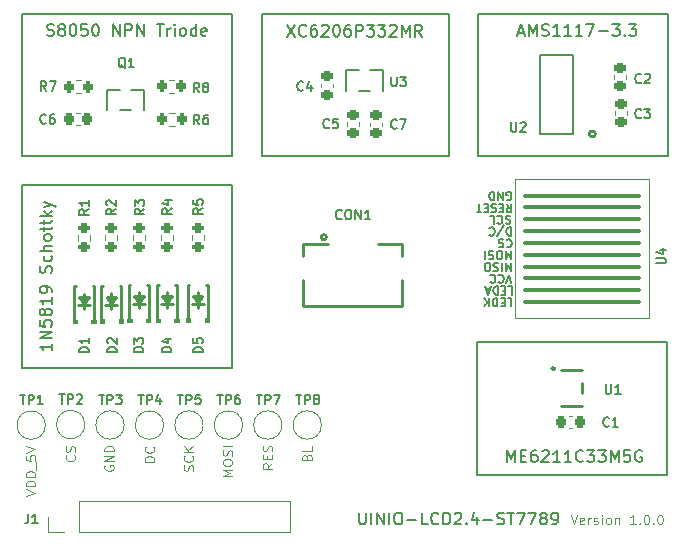
<source format=gto>
%TF.GenerationSoftware,KiCad,Pcbnew,(6.0.7)*%
%TF.CreationDate,2022-09-23T01:36:15+08:00*%
%TF.ProjectId,UINIO-LCD2.4-ST7789,55494e49-4f2d-44c4-9344-322e342d5354,rev?*%
%TF.SameCoordinates,Original*%
%TF.FileFunction,Legend,Top*%
%TF.FilePolarity,Positive*%
%FSLAX46Y46*%
G04 Gerber Fmt 4.6, Leading zero omitted, Abs format (unit mm)*
G04 Created by KiCad (PCBNEW (6.0.7)) date 2022-09-23 01:36:15*
%MOMM*%
%LPD*%
G01*
G04 APERTURE LIST*
G04 Aperture macros list*
%AMRoundRect*
0 Rectangle with rounded corners*
0 $1 Rounding radius*
0 $2 $3 $4 $5 $6 $7 $8 $9 X,Y pos of 4 corners*
0 Add a 4 corners polygon primitive as box body*
4,1,4,$2,$3,$4,$5,$6,$7,$8,$9,$2,$3,0*
0 Add four circle primitives for the rounded corners*
1,1,$1+$1,$2,$3*
1,1,$1+$1,$4,$5*
1,1,$1+$1,$6,$7*
1,1,$1+$1,$8,$9*
0 Add four rect primitives between the rounded corners*
20,1,$1+$1,$2,$3,$4,$5,0*
20,1,$1+$1,$4,$5,$6,$7,0*
20,1,$1+$1,$6,$7,$8,$9,0*
20,1,$1+$1,$8,$9,$2,$3,0*%
G04 Aperture macros list end*
%ADD10C,0.150000*%
%ADD11C,0.100000*%
%ADD12C,0.200000*%
%ADD13C,0.120000*%
%ADD14C,0.152000*%
%ADD15C,0.254000*%
%ADD16C,2.000000*%
%ADD17R,0.532000X1.070000*%
%ADD18RoundRect,0.225000X-0.225000X-0.250000X0.225000X-0.250000X0.225000X0.250000X-0.225000X0.250000X0*%
%ADD19RoundRect,0.200000X0.275000X-0.200000X0.275000X0.200000X-0.275000X0.200000X-0.275000X-0.200000X0*%
%ADD20R,1.000000X0.600000*%
%ADD21R,0.950000X1.200000*%
%ADD22RoundRect,0.200000X-0.200000X-0.275000X0.200000X-0.275000X0.200000X0.275000X-0.200000X0.275000X0*%
%ADD23RoundRect,0.105000X-4.895000X0.105000X-4.895000X-0.105000X4.895000X-0.105000X4.895000X0.105000X0*%
%ADD24R,1.700000X1.700000*%
%ADD25O,1.700000X1.700000*%
%ADD26RoundRect,0.225000X0.250000X-0.225000X0.250000X0.225000X-0.250000X0.225000X-0.250000X-0.225000X0*%
%ADD27R,0.300000X1.500000*%
%ADD28R,2.000000X1.500000*%
%ADD29RoundRect,0.200000X0.200000X0.275000X-0.200000X0.275000X-0.200000X-0.275000X0.200000X-0.275000X0*%
%ADD30R,2.366000X0.980000*%
%ADD31R,2.366000X3.600000*%
%ADD32RoundRect,0.225000X-0.250000X0.225000X-0.250000X-0.225000X0.250000X-0.225000X0.250000X0.225000X0*%
G04 APERTURE END LIST*
D10*
X134814000Y-85729500D02*
X152594000Y-85729500D01*
X152594000Y-85729500D02*
X152594000Y-97787500D01*
X152594000Y-97787500D02*
X134814000Y-97787500D01*
X134814000Y-97787500D02*
X134814000Y-85729500D01*
X134810000Y-100230000D02*
X152630000Y-100230000D01*
X152630000Y-100230000D02*
X152630000Y-115710000D01*
X152630000Y-115710000D02*
X134810000Y-115710000D01*
X134810000Y-115710000D02*
X134810000Y-100230000D01*
X173370000Y-113520000D02*
X189454000Y-113520000D01*
X189454000Y-113520000D02*
X189454000Y-124758000D01*
X189454000Y-124758000D02*
X173370000Y-124758000D01*
X173370000Y-124758000D02*
X173370000Y-113520000D01*
X155110000Y-85765500D02*
X170980000Y-85765500D01*
X170980000Y-85765500D02*
X170980000Y-97803500D01*
X170980000Y-97803500D02*
X155110000Y-97803500D01*
X155110000Y-97803500D02*
X155110000Y-85765500D01*
X173404000Y-85736000D02*
X189484000Y-85736000D01*
X189484000Y-85736000D02*
X189484000Y-97790000D01*
X189484000Y-97790000D02*
X173404000Y-97790000D01*
X173404000Y-97790000D02*
X173404000Y-85736000D01*
X157243904Y-86667880D02*
X157910571Y-87667880D01*
X157910571Y-86667880D02*
X157243904Y-87667880D01*
X158862952Y-87572642D02*
X158815333Y-87620261D01*
X158672476Y-87667880D01*
X158577238Y-87667880D01*
X158434380Y-87620261D01*
X158339142Y-87525023D01*
X158291523Y-87429785D01*
X158243904Y-87239309D01*
X158243904Y-87096452D01*
X158291523Y-86905976D01*
X158339142Y-86810738D01*
X158434380Y-86715500D01*
X158577238Y-86667880D01*
X158672476Y-86667880D01*
X158815333Y-86715500D01*
X158862952Y-86763119D01*
X159720095Y-86667880D02*
X159529619Y-86667880D01*
X159434380Y-86715500D01*
X159386761Y-86763119D01*
X159291523Y-86905976D01*
X159243904Y-87096452D01*
X159243904Y-87477404D01*
X159291523Y-87572642D01*
X159339142Y-87620261D01*
X159434380Y-87667880D01*
X159624857Y-87667880D01*
X159720095Y-87620261D01*
X159767714Y-87572642D01*
X159815333Y-87477404D01*
X159815333Y-87239309D01*
X159767714Y-87144071D01*
X159720095Y-87096452D01*
X159624857Y-87048833D01*
X159434380Y-87048833D01*
X159339142Y-87096452D01*
X159291523Y-87144071D01*
X159243904Y-87239309D01*
X160196285Y-86763119D02*
X160243904Y-86715500D01*
X160339142Y-86667880D01*
X160577238Y-86667880D01*
X160672476Y-86715500D01*
X160720095Y-86763119D01*
X160767714Y-86858357D01*
X160767714Y-86953595D01*
X160720095Y-87096452D01*
X160148666Y-87667880D01*
X160767714Y-87667880D01*
X161386761Y-86667880D02*
X161482000Y-86667880D01*
X161577238Y-86715500D01*
X161624857Y-86763119D01*
X161672476Y-86858357D01*
X161720095Y-87048833D01*
X161720095Y-87286928D01*
X161672476Y-87477404D01*
X161624857Y-87572642D01*
X161577238Y-87620261D01*
X161482000Y-87667880D01*
X161386761Y-87667880D01*
X161291523Y-87620261D01*
X161243904Y-87572642D01*
X161196285Y-87477404D01*
X161148666Y-87286928D01*
X161148666Y-87048833D01*
X161196285Y-86858357D01*
X161243904Y-86763119D01*
X161291523Y-86715500D01*
X161386761Y-86667880D01*
X162577238Y-86667880D02*
X162386761Y-86667880D01*
X162291523Y-86715500D01*
X162243904Y-86763119D01*
X162148666Y-86905976D01*
X162101047Y-87096452D01*
X162101047Y-87477404D01*
X162148666Y-87572642D01*
X162196285Y-87620261D01*
X162291523Y-87667880D01*
X162482000Y-87667880D01*
X162577238Y-87620261D01*
X162624857Y-87572642D01*
X162672476Y-87477404D01*
X162672476Y-87239309D01*
X162624857Y-87144071D01*
X162577238Y-87096452D01*
X162482000Y-87048833D01*
X162291523Y-87048833D01*
X162196285Y-87096452D01*
X162148666Y-87144071D01*
X162101047Y-87239309D01*
X163101047Y-87667880D02*
X163101047Y-86667880D01*
X163482000Y-86667880D01*
X163577238Y-86715500D01*
X163624857Y-86763119D01*
X163672476Y-86858357D01*
X163672476Y-87001214D01*
X163624857Y-87096452D01*
X163577238Y-87144071D01*
X163482000Y-87191690D01*
X163101047Y-87191690D01*
X164005809Y-86667880D02*
X164624857Y-86667880D01*
X164291523Y-87048833D01*
X164434380Y-87048833D01*
X164529619Y-87096452D01*
X164577238Y-87144071D01*
X164624857Y-87239309D01*
X164624857Y-87477404D01*
X164577238Y-87572642D01*
X164529619Y-87620261D01*
X164434380Y-87667880D01*
X164148666Y-87667880D01*
X164053428Y-87620261D01*
X164005809Y-87572642D01*
X164958190Y-86667880D02*
X165577238Y-86667880D01*
X165243904Y-87048833D01*
X165386761Y-87048833D01*
X165482000Y-87096452D01*
X165529619Y-87144071D01*
X165577238Y-87239309D01*
X165577238Y-87477404D01*
X165529619Y-87572642D01*
X165482000Y-87620261D01*
X165386761Y-87667880D01*
X165101047Y-87667880D01*
X165005809Y-87620261D01*
X164958190Y-87572642D01*
X165958190Y-86763119D02*
X166005809Y-86715500D01*
X166101047Y-86667880D01*
X166339142Y-86667880D01*
X166434380Y-86715500D01*
X166482000Y-86763119D01*
X166529619Y-86858357D01*
X166529619Y-86953595D01*
X166482000Y-87096452D01*
X165910571Y-87667880D01*
X166529619Y-87667880D01*
X166958190Y-87667880D02*
X166958190Y-86667880D01*
X167291523Y-87382166D01*
X167624857Y-86667880D01*
X167624857Y-87667880D01*
X168672476Y-87667880D02*
X168339142Y-87191690D01*
X168101047Y-87667880D02*
X168101047Y-86667880D01*
X168482000Y-86667880D01*
X168577238Y-86715500D01*
X168624857Y-86763119D01*
X168672476Y-86858357D01*
X168672476Y-87001214D01*
X168624857Y-87096452D01*
X168577238Y-87144071D01*
X168482000Y-87191690D01*
X168101047Y-87191690D01*
D11*
X135151904Y-126545238D02*
X135951904Y-126278571D01*
X135151904Y-126011904D01*
X135951904Y-125745238D02*
X135151904Y-125745238D01*
X135151904Y-125554761D01*
X135190000Y-125440476D01*
X135266190Y-125364285D01*
X135342380Y-125326190D01*
X135494761Y-125288095D01*
X135609047Y-125288095D01*
X135761428Y-125326190D01*
X135837619Y-125364285D01*
X135913809Y-125440476D01*
X135951904Y-125554761D01*
X135951904Y-125745238D01*
X135951904Y-124945238D02*
X135151904Y-124945238D01*
X135151904Y-124754761D01*
X135190000Y-124640476D01*
X135266190Y-124564285D01*
X135342380Y-124526190D01*
X135494761Y-124488095D01*
X135609047Y-124488095D01*
X135761428Y-124526190D01*
X135837619Y-124564285D01*
X135913809Y-124640476D01*
X135951904Y-124754761D01*
X135951904Y-124945238D01*
X136028095Y-124335714D02*
X136028095Y-123726190D01*
X135151904Y-123154761D02*
X135151904Y-123535714D01*
X135532857Y-123573809D01*
X135494761Y-123535714D01*
X135456666Y-123459523D01*
X135456666Y-123269047D01*
X135494761Y-123192857D01*
X135532857Y-123154761D01*
X135609047Y-123116666D01*
X135799523Y-123116666D01*
X135875714Y-123154761D01*
X135913809Y-123192857D01*
X135951904Y-123269047D01*
X135951904Y-123459523D01*
X135913809Y-123535714D01*
X135875714Y-123573809D01*
X135151904Y-122888095D02*
X135951904Y-122621428D01*
X135151904Y-122354761D01*
X139225714Y-123113333D02*
X139263809Y-123151428D01*
X139301904Y-123265714D01*
X139301904Y-123341904D01*
X139263809Y-123456190D01*
X139187619Y-123532380D01*
X139111428Y-123570476D01*
X138959047Y-123608571D01*
X138844761Y-123608571D01*
X138692380Y-123570476D01*
X138616190Y-123532380D01*
X138540000Y-123456190D01*
X138501904Y-123341904D01*
X138501904Y-123265714D01*
X138540000Y-123151428D01*
X138578095Y-123113333D01*
X139263809Y-122808571D02*
X139301904Y-122694285D01*
X139301904Y-122503809D01*
X139263809Y-122427619D01*
X139225714Y-122389523D01*
X139149523Y-122351428D01*
X139073333Y-122351428D01*
X138997142Y-122389523D01*
X138959047Y-122427619D01*
X138920952Y-122503809D01*
X138882857Y-122656190D01*
X138844761Y-122732380D01*
X138806666Y-122770476D01*
X138730476Y-122808571D01*
X138654285Y-122808571D01*
X138578095Y-122770476D01*
X138540000Y-122732380D01*
X138501904Y-122656190D01*
X138501904Y-122465714D01*
X138540000Y-122351428D01*
X149283809Y-124428571D02*
X149321904Y-124314285D01*
X149321904Y-124123809D01*
X149283809Y-124047619D01*
X149245714Y-124009523D01*
X149169523Y-123971428D01*
X149093333Y-123971428D01*
X149017142Y-124009523D01*
X148979047Y-124047619D01*
X148940952Y-124123809D01*
X148902857Y-124276190D01*
X148864761Y-124352380D01*
X148826666Y-124390476D01*
X148750476Y-124428571D01*
X148674285Y-124428571D01*
X148598095Y-124390476D01*
X148560000Y-124352380D01*
X148521904Y-124276190D01*
X148521904Y-124085714D01*
X148560000Y-123971428D01*
X149245714Y-123171428D02*
X149283809Y-123209523D01*
X149321904Y-123323809D01*
X149321904Y-123400000D01*
X149283809Y-123514285D01*
X149207619Y-123590476D01*
X149131428Y-123628571D01*
X148979047Y-123666666D01*
X148864761Y-123666666D01*
X148712380Y-123628571D01*
X148636190Y-123590476D01*
X148560000Y-123514285D01*
X148521904Y-123400000D01*
X148521904Y-123323809D01*
X148560000Y-123209523D01*
X148598095Y-123171428D01*
X149321904Y-122828571D02*
X148521904Y-122828571D01*
X149321904Y-122371428D02*
X148864761Y-122714285D01*
X148521904Y-122371428D02*
X148979047Y-122828571D01*
D10*
X137322380Y-113660476D02*
X137322380Y-114231904D01*
X137322380Y-113946190D02*
X136322380Y-113946190D01*
X136465238Y-114041428D01*
X136560476Y-114136666D01*
X136608095Y-114231904D01*
X137322380Y-113231904D02*
X136322380Y-113231904D01*
X137322380Y-112660476D01*
X136322380Y-112660476D01*
X136322380Y-111708095D02*
X136322380Y-112184285D01*
X136798571Y-112231904D01*
X136750952Y-112184285D01*
X136703333Y-112089047D01*
X136703333Y-111850952D01*
X136750952Y-111755714D01*
X136798571Y-111708095D01*
X136893809Y-111660476D01*
X137131904Y-111660476D01*
X137227142Y-111708095D01*
X137274761Y-111755714D01*
X137322380Y-111850952D01*
X137322380Y-112089047D01*
X137274761Y-112184285D01*
X137227142Y-112231904D01*
X136750952Y-111089047D02*
X136703333Y-111184285D01*
X136655714Y-111231904D01*
X136560476Y-111279523D01*
X136512857Y-111279523D01*
X136417619Y-111231904D01*
X136370000Y-111184285D01*
X136322380Y-111089047D01*
X136322380Y-110898571D01*
X136370000Y-110803333D01*
X136417619Y-110755714D01*
X136512857Y-110708095D01*
X136560476Y-110708095D01*
X136655714Y-110755714D01*
X136703333Y-110803333D01*
X136750952Y-110898571D01*
X136750952Y-111089047D01*
X136798571Y-111184285D01*
X136846190Y-111231904D01*
X136941428Y-111279523D01*
X137131904Y-111279523D01*
X137227142Y-111231904D01*
X137274761Y-111184285D01*
X137322380Y-111089047D01*
X137322380Y-110898571D01*
X137274761Y-110803333D01*
X137227142Y-110755714D01*
X137131904Y-110708095D01*
X136941428Y-110708095D01*
X136846190Y-110755714D01*
X136798571Y-110803333D01*
X136750952Y-110898571D01*
X137322380Y-109755714D02*
X137322380Y-110327142D01*
X137322380Y-110041428D02*
X136322380Y-110041428D01*
X136465238Y-110136666D01*
X136560476Y-110231904D01*
X136608095Y-110327142D01*
X137322380Y-109279523D02*
X137322380Y-109089047D01*
X137274761Y-108993809D01*
X137227142Y-108946190D01*
X137084285Y-108850952D01*
X136893809Y-108803333D01*
X136512857Y-108803333D01*
X136417619Y-108850952D01*
X136370000Y-108898571D01*
X136322380Y-108993809D01*
X136322380Y-109184285D01*
X136370000Y-109279523D01*
X136417619Y-109327142D01*
X136512857Y-109374761D01*
X136750952Y-109374761D01*
X136846190Y-109327142D01*
X136893809Y-109279523D01*
X136941428Y-109184285D01*
X136941428Y-108993809D01*
X136893809Y-108898571D01*
X136846190Y-108850952D01*
X136750952Y-108803333D01*
X137274761Y-107660476D02*
X137322380Y-107517619D01*
X137322380Y-107279523D01*
X137274761Y-107184285D01*
X137227142Y-107136666D01*
X137131904Y-107089047D01*
X137036666Y-107089047D01*
X136941428Y-107136666D01*
X136893809Y-107184285D01*
X136846190Y-107279523D01*
X136798571Y-107470000D01*
X136750952Y-107565238D01*
X136703333Y-107612857D01*
X136608095Y-107660476D01*
X136512857Y-107660476D01*
X136417619Y-107612857D01*
X136370000Y-107565238D01*
X136322380Y-107470000D01*
X136322380Y-107231904D01*
X136370000Y-107089047D01*
X137274761Y-106231904D02*
X137322380Y-106327142D01*
X137322380Y-106517619D01*
X137274761Y-106612857D01*
X137227142Y-106660476D01*
X137131904Y-106708095D01*
X136846190Y-106708095D01*
X136750952Y-106660476D01*
X136703333Y-106612857D01*
X136655714Y-106517619D01*
X136655714Y-106327142D01*
X136703333Y-106231904D01*
X137322380Y-105803333D02*
X136322380Y-105803333D01*
X137322380Y-105374761D02*
X136798571Y-105374761D01*
X136703333Y-105422380D01*
X136655714Y-105517619D01*
X136655714Y-105660476D01*
X136703333Y-105755714D01*
X136750952Y-105803333D01*
X137322380Y-104755714D02*
X137274761Y-104850952D01*
X137227142Y-104898571D01*
X137131904Y-104946190D01*
X136846190Y-104946190D01*
X136750952Y-104898571D01*
X136703333Y-104850952D01*
X136655714Y-104755714D01*
X136655714Y-104612857D01*
X136703333Y-104517619D01*
X136750952Y-104470000D01*
X136846190Y-104422380D01*
X137131904Y-104422380D01*
X137227142Y-104470000D01*
X137274761Y-104517619D01*
X137322380Y-104612857D01*
X137322380Y-104755714D01*
X136655714Y-104136666D02*
X136655714Y-103755714D01*
X136322380Y-103993809D02*
X137179523Y-103993809D01*
X137274761Y-103946190D01*
X137322380Y-103850952D01*
X137322380Y-103755714D01*
X136655714Y-103565238D02*
X136655714Y-103184285D01*
X136322380Y-103422380D02*
X137179523Y-103422380D01*
X137274761Y-103374761D01*
X137322380Y-103279523D01*
X137322380Y-103184285D01*
X137322380Y-102850952D02*
X136322380Y-102850952D01*
X136941428Y-102755714D02*
X137322380Y-102470000D01*
X136655714Y-102470000D02*
X137036666Y-102850952D01*
X136655714Y-102136666D02*
X137322380Y-101898571D01*
X136655714Y-101660476D02*
X137322380Y-101898571D01*
X137560476Y-101993809D01*
X137608095Y-102041428D01*
X137655714Y-102136666D01*
X136938095Y-87560261D02*
X137080952Y-87607880D01*
X137319047Y-87607880D01*
X137414285Y-87560261D01*
X137461904Y-87512642D01*
X137509523Y-87417404D01*
X137509523Y-87322166D01*
X137461904Y-87226928D01*
X137414285Y-87179309D01*
X137319047Y-87131690D01*
X137128571Y-87084071D01*
X137033333Y-87036452D01*
X136985714Y-86988833D01*
X136938095Y-86893595D01*
X136938095Y-86798357D01*
X136985714Y-86703119D01*
X137033333Y-86655500D01*
X137128571Y-86607880D01*
X137366666Y-86607880D01*
X137509523Y-86655500D01*
X138080952Y-87036452D02*
X137985714Y-86988833D01*
X137938095Y-86941214D01*
X137890476Y-86845976D01*
X137890476Y-86798357D01*
X137938095Y-86703119D01*
X137985714Y-86655500D01*
X138080952Y-86607880D01*
X138271428Y-86607880D01*
X138366666Y-86655500D01*
X138414285Y-86703119D01*
X138461904Y-86798357D01*
X138461904Y-86845976D01*
X138414285Y-86941214D01*
X138366666Y-86988833D01*
X138271428Y-87036452D01*
X138080952Y-87036452D01*
X137985714Y-87084071D01*
X137938095Y-87131690D01*
X137890476Y-87226928D01*
X137890476Y-87417404D01*
X137938095Y-87512642D01*
X137985714Y-87560261D01*
X138080952Y-87607880D01*
X138271428Y-87607880D01*
X138366666Y-87560261D01*
X138414285Y-87512642D01*
X138461904Y-87417404D01*
X138461904Y-87226928D01*
X138414285Y-87131690D01*
X138366666Y-87084071D01*
X138271428Y-87036452D01*
X139080952Y-86607880D02*
X139176190Y-86607880D01*
X139271428Y-86655500D01*
X139319047Y-86703119D01*
X139366666Y-86798357D01*
X139414285Y-86988833D01*
X139414285Y-87226928D01*
X139366666Y-87417404D01*
X139319047Y-87512642D01*
X139271428Y-87560261D01*
X139176190Y-87607880D01*
X139080952Y-87607880D01*
X138985714Y-87560261D01*
X138938095Y-87512642D01*
X138890476Y-87417404D01*
X138842857Y-87226928D01*
X138842857Y-86988833D01*
X138890476Y-86798357D01*
X138938095Y-86703119D01*
X138985714Y-86655500D01*
X139080952Y-86607880D01*
X140319047Y-86607880D02*
X139842857Y-86607880D01*
X139795238Y-87084071D01*
X139842857Y-87036452D01*
X139938095Y-86988833D01*
X140176190Y-86988833D01*
X140271428Y-87036452D01*
X140319047Y-87084071D01*
X140366666Y-87179309D01*
X140366666Y-87417404D01*
X140319047Y-87512642D01*
X140271428Y-87560261D01*
X140176190Y-87607880D01*
X139938095Y-87607880D01*
X139842857Y-87560261D01*
X139795238Y-87512642D01*
X140985714Y-86607880D02*
X141080952Y-86607880D01*
X141176190Y-86655500D01*
X141223809Y-86703119D01*
X141271428Y-86798357D01*
X141319047Y-86988833D01*
X141319047Y-87226928D01*
X141271428Y-87417404D01*
X141223809Y-87512642D01*
X141176190Y-87560261D01*
X141080952Y-87607880D01*
X140985714Y-87607880D01*
X140890476Y-87560261D01*
X140842857Y-87512642D01*
X140795238Y-87417404D01*
X140747619Y-87226928D01*
X140747619Y-86988833D01*
X140795238Y-86798357D01*
X140842857Y-86703119D01*
X140890476Y-86655500D01*
X140985714Y-86607880D01*
X142509523Y-87607880D02*
X142509523Y-86607880D01*
X143080952Y-87607880D01*
X143080952Y-86607880D01*
X143557142Y-87607880D02*
X143557142Y-86607880D01*
X143938095Y-86607880D01*
X144033333Y-86655500D01*
X144080952Y-86703119D01*
X144128571Y-86798357D01*
X144128571Y-86941214D01*
X144080952Y-87036452D01*
X144033333Y-87084071D01*
X143938095Y-87131690D01*
X143557142Y-87131690D01*
X144557142Y-87607880D02*
X144557142Y-86607880D01*
X145128571Y-87607880D01*
X145128571Y-86607880D01*
X146223809Y-86607880D02*
X146795238Y-86607880D01*
X146509523Y-87607880D02*
X146509523Y-86607880D01*
X147128571Y-87607880D02*
X147128571Y-86941214D01*
X147128571Y-87131690D02*
X147176190Y-87036452D01*
X147223809Y-86988833D01*
X147319047Y-86941214D01*
X147414285Y-86941214D01*
X147747619Y-87607880D02*
X147747619Y-86941214D01*
X147747619Y-86607880D02*
X147700000Y-86655500D01*
X147747619Y-86703119D01*
X147795238Y-86655500D01*
X147747619Y-86607880D01*
X147747619Y-86703119D01*
X148366666Y-87607880D02*
X148271428Y-87560261D01*
X148223809Y-87512642D01*
X148176190Y-87417404D01*
X148176190Y-87131690D01*
X148223809Y-87036452D01*
X148271428Y-86988833D01*
X148366666Y-86941214D01*
X148509523Y-86941214D01*
X148604761Y-86988833D01*
X148652380Y-87036452D01*
X148700000Y-87131690D01*
X148700000Y-87417404D01*
X148652380Y-87512642D01*
X148604761Y-87560261D01*
X148509523Y-87607880D01*
X148366666Y-87607880D01*
X149557142Y-87607880D02*
X149557142Y-86607880D01*
X149557142Y-87560261D02*
X149461904Y-87607880D01*
X149271428Y-87607880D01*
X149176190Y-87560261D01*
X149128571Y-87512642D01*
X149080952Y-87417404D01*
X149080952Y-87131690D01*
X149128571Y-87036452D01*
X149176190Y-86988833D01*
X149271428Y-86941214D01*
X149461904Y-86941214D01*
X149557142Y-86988833D01*
X150414285Y-87560261D02*
X150319047Y-87607880D01*
X150128571Y-87607880D01*
X150033333Y-87560261D01*
X149985714Y-87465023D01*
X149985714Y-87084071D01*
X150033333Y-86988833D01*
X150128571Y-86941214D01*
X150319047Y-86941214D01*
X150414285Y-86988833D01*
X150461904Y-87084071D01*
X150461904Y-87179309D01*
X149985714Y-87274547D01*
D12*
X163345238Y-127972380D02*
X163345238Y-128781904D01*
X163392857Y-128877142D01*
X163440476Y-128924761D01*
X163535714Y-128972380D01*
X163726190Y-128972380D01*
X163821428Y-128924761D01*
X163869047Y-128877142D01*
X163916666Y-128781904D01*
X163916666Y-127972380D01*
X164392857Y-128972380D02*
X164392857Y-127972380D01*
X164869047Y-128972380D02*
X164869047Y-127972380D01*
X165440476Y-128972380D01*
X165440476Y-127972380D01*
X165916666Y-128972380D02*
X165916666Y-127972380D01*
X166583333Y-127972380D02*
X166773809Y-127972380D01*
X166869047Y-128020000D01*
X166964285Y-128115238D01*
X167011904Y-128305714D01*
X167011904Y-128639047D01*
X166964285Y-128829523D01*
X166869047Y-128924761D01*
X166773809Y-128972380D01*
X166583333Y-128972380D01*
X166488095Y-128924761D01*
X166392857Y-128829523D01*
X166345238Y-128639047D01*
X166345238Y-128305714D01*
X166392857Y-128115238D01*
X166488095Y-128020000D01*
X166583333Y-127972380D01*
X167440476Y-128591428D02*
X168202380Y-128591428D01*
X169154761Y-128972380D02*
X168678571Y-128972380D01*
X168678571Y-127972380D01*
X170059523Y-128877142D02*
X170011904Y-128924761D01*
X169869047Y-128972380D01*
X169773809Y-128972380D01*
X169630952Y-128924761D01*
X169535714Y-128829523D01*
X169488095Y-128734285D01*
X169440476Y-128543809D01*
X169440476Y-128400952D01*
X169488095Y-128210476D01*
X169535714Y-128115238D01*
X169630952Y-128020000D01*
X169773809Y-127972380D01*
X169869047Y-127972380D01*
X170011904Y-128020000D01*
X170059523Y-128067619D01*
X170488095Y-128972380D02*
X170488095Y-127972380D01*
X170726190Y-127972380D01*
X170869047Y-128020000D01*
X170964285Y-128115238D01*
X171011904Y-128210476D01*
X171059523Y-128400952D01*
X171059523Y-128543809D01*
X171011904Y-128734285D01*
X170964285Y-128829523D01*
X170869047Y-128924761D01*
X170726190Y-128972380D01*
X170488095Y-128972380D01*
X171440476Y-128067619D02*
X171488095Y-128020000D01*
X171583333Y-127972380D01*
X171821428Y-127972380D01*
X171916666Y-128020000D01*
X171964285Y-128067619D01*
X172011904Y-128162857D01*
X172011904Y-128258095D01*
X171964285Y-128400952D01*
X171392857Y-128972380D01*
X172011904Y-128972380D01*
X172440476Y-128877142D02*
X172488095Y-128924761D01*
X172440476Y-128972380D01*
X172392857Y-128924761D01*
X172440476Y-128877142D01*
X172440476Y-128972380D01*
X173345238Y-128305714D02*
X173345238Y-128972380D01*
X173107142Y-127924761D02*
X172869047Y-128639047D01*
X173488095Y-128639047D01*
X173869047Y-128591428D02*
X174630952Y-128591428D01*
X175059523Y-128924761D02*
X175202380Y-128972380D01*
X175440476Y-128972380D01*
X175535714Y-128924761D01*
X175583333Y-128877142D01*
X175630952Y-128781904D01*
X175630952Y-128686666D01*
X175583333Y-128591428D01*
X175535714Y-128543809D01*
X175440476Y-128496190D01*
X175250000Y-128448571D01*
X175154761Y-128400952D01*
X175107142Y-128353333D01*
X175059523Y-128258095D01*
X175059523Y-128162857D01*
X175107142Y-128067619D01*
X175154761Y-128020000D01*
X175250000Y-127972380D01*
X175488095Y-127972380D01*
X175630952Y-128020000D01*
X175916666Y-127972380D02*
X176488095Y-127972380D01*
X176202380Y-128972380D02*
X176202380Y-127972380D01*
X176726190Y-127972380D02*
X177392857Y-127972380D01*
X176964285Y-128972380D01*
X177678571Y-127972380D02*
X178345238Y-127972380D01*
X177916666Y-128972380D01*
X178869047Y-128400952D02*
X178773809Y-128353333D01*
X178726190Y-128305714D01*
X178678571Y-128210476D01*
X178678571Y-128162857D01*
X178726190Y-128067619D01*
X178773809Y-128020000D01*
X178869047Y-127972380D01*
X179059523Y-127972380D01*
X179154761Y-128020000D01*
X179202380Y-128067619D01*
X179250000Y-128162857D01*
X179250000Y-128210476D01*
X179202380Y-128305714D01*
X179154761Y-128353333D01*
X179059523Y-128400952D01*
X178869047Y-128400952D01*
X178773809Y-128448571D01*
X178726190Y-128496190D01*
X178678571Y-128591428D01*
X178678571Y-128781904D01*
X178726190Y-128877142D01*
X178773809Y-128924761D01*
X178869047Y-128972380D01*
X179059523Y-128972380D01*
X179154761Y-128924761D01*
X179202380Y-128877142D01*
X179250000Y-128781904D01*
X179250000Y-128591428D01*
X179202380Y-128496190D01*
X179154761Y-128448571D01*
X179059523Y-128400952D01*
X179726190Y-128972380D02*
X179916666Y-128972380D01*
X180011904Y-128924761D01*
X180059523Y-128877142D01*
X180154761Y-128734285D01*
X180202380Y-128543809D01*
X180202380Y-128162857D01*
X180154761Y-128067619D01*
X180107142Y-128020000D01*
X180011904Y-127972380D01*
X179821428Y-127972380D01*
X179726190Y-128020000D01*
X179678571Y-128067619D01*
X179630952Y-128162857D01*
X179630952Y-128400952D01*
X179678571Y-128496190D01*
X179726190Y-128543809D01*
X179821428Y-128591428D01*
X180011904Y-128591428D01*
X180107142Y-128543809D01*
X180154761Y-128496190D01*
X180202380Y-128400952D01*
D11*
X141830000Y-123989523D02*
X141791904Y-124065714D01*
X141791904Y-124180000D01*
X141830000Y-124294285D01*
X141906190Y-124370476D01*
X141982380Y-124408571D01*
X142134761Y-124446666D01*
X142249047Y-124446666D01*
X142401428Y-124408571D01*
X142477619Y-124370476D01*
X142553809Y-124294285D01*
X142591904Y-124180000D01*
X142591904Y-124103809D01*
X142553809Y-123989523D01*
X142515714Y-123951428D01*
X142249047Y-123951428D01*
X142249047Y-124103809D01*
X142591904Y-123608571D02*
X141791904Y-123608571D01*
X142591904Y-123151428D01*
X141791904Y-123151428D01*
X142591904Y-122770476D02*
X141791904Y-122770476D01*
X141791904Y-122580000D01*
X141830000Y-122465714D01*
X141906190Y-122389523D01*
X141982380Y-122351428D01*
X142134761Y-122313333D01*
X142249047Y-122313333D01*
X142401428Y-122351428D01*
X142477619Y-122389523D01*
X142553809Y-122465714D01*
X142591904Y-122580000D01*
X142591904Y-122770476D01*
X158912857Y-123266666D02*
X158950952Y-123152380D01*
X158989047Y-123114285D01*
X159065238Y-123076190D01*
X159179523Y-123076190D01*
X159255714Y-123114285D01*
X159293809Y-123152380D01*
X159331904Y-123228571D01*
X159331904Y-123533333D01*
X158531904Y-123533333D01*
X158531904Y-123266666D01*
X158570000Y-123190476D01*
X158608095Y-123152380D01*
X158684285Y-123114285D01*
X158760476Y-123114285D01*
X158836666Y-123152380D01*
X158874761Y-123190476D01*
X158912857Y-123266666D01*
X158912857Y-123533333D01*
X159331904Y-122352380D02*
X159331904Y-122733333D01*
X158531904Y-122733333D01*
X156001904Y-123805238D02*
X155620952Y-124071904D01*
X156001904Y-124262380D02*
X155201904Y-124262380D01*
X155201904Y-123957619D01*
X155240000Y-123881428D01*
X155278095Y-123843333D01*
X155354285Y-123805238D01*
X155468571Y-123805238D01*
X155544761Y-123843333D01*
X155582857Y-123881428D01*
X155620952Y-123957619D01*
X155620952Y-124262380D01*
X155582857Y-123462380D02*
X155582857Y-123195714D01*
X156001904Y-123081428D02*
X156001904Y-123462380D01*
X155201904Y-123462380D01*
X155201904Y-123081428D01*
X155963809Y-122776666D02*
X156001904Y-122662380D01*
X156001904Y-122471904D01*
X155963809Y-122395714D01*
X155925714Y-122357619D01*
X155849523Y-122319523D01*
X155773333Y-122319523D01*
X155697142Y-122357619D01*
X155659047Y-122395714D01*
X155620952Y-122471904D01*
X155582857Y-122624285D01*
X155544761Y-122700476D01*
X155506666Y-122738571D01*
X155430476Y-122776666D01*
X155354285Y-122776666D01*
X155278095Y-122738571D01*
X155240000Y-122700476D01*
X155201904Y-122624285D01*
X155201904Y-122433809D01*
X155240000Y-122319523D01*
D10*
X175889523Y-123686380D02*
X175889523Y-122686380D01*
X176222857Y-123400666D01*
X176556190Y-122686380D01*
X176556190Y-123686380D01*
X177032380Y-123162571D02*
X177365714Y-123162571D01*
X177508571Y-123686380D02*
X177032380Y-123686380D01*
X177032380Y-122686380D01*
X177508571Y-122686380D01*
X178365714Y-122686380D02*
X178175238Y-122686380D01*
X178080000Y-122734000D01*
X178032380Y-122781619D01*
X177937142Y-122924476D01*
X177889523Y-123114952D01*
X177889523Y-123495904D01*
X177937142Y-123591142D01*
X177984761Y-123638761D01*
X178080000Y-123686380D01*
X178270476Y-123686380D01*
X178365714Y-123638761D01*
X178413333Y-123591142D01*
X178460952Y-123495904D01*
X178460952Y-123257809D01*
X178413333Y-123162571D01*
X178365714Y-123114952D01*
X178270476Y-123067333D01*
X178080000Y-123067333D01*
X177984761Y-123114952D01*
X177937142Y-123162571D01*
X177889523Y-123257809D01*
X178841904Y-122781619D02*
X178889523Y-122734000D01*
X178984761Y-122686380D01*
X179222857Y-122686380D01*
X179318095Y-122734000D01*
X179365714Y-122781619D01*
X179413333Y-122876857D01*
X179413333Y-122972095D01*
X179365714Y-123114952D01*
X178794285Y-123686380D01*
X179413333Y-123686380D01*
X180365714Y-123686380D02*
X179794285Y-123686380D01*
X180080000Y-123686380D02*
X180080000Y-122686380D01*
X179984761Y-122829238D01*
X179889523Y-122924476D01*
X179794285Y-122972095D01*
X181318095Y-123686380D02*
X180746666Y-123686380D01*
X181032380Y-123686380D02*
X181032380Y-122686380D01*
X180937142Y-122829238D01*
X180841904Y-122924476D01*
X180746666Y-122972095D01*
X182318095Y-123591142D02*
X182270476Y-123638761D01*
X182127619Y-123686380D01*
X182032380Y-123686380D01*
X181889523Y-123638761D01*
X181794285Y-123543523D01*
X181746666Y-123448285D01*
X181699047Y-123257809D01*
X181699047Y-123114952D01*
X181746666Y-122924476D01*
X181794285Y-122829238D01*
X181889523Y-122734000D01*
X182032380Y-122686380D01*
X182127619Y-122686380D01*
X182270476Y-122734000D01*
X182318095Y-122781619D01*
X182651428Y-122686380D02*
X183270476Y-122686380D01*
X182937142Y-123067333D01*
X183080000Y-123067333D01*
X183175238Y-123114952D01*
X183222857Y-123162571D01*
X183270476Y-123257809D01*
X183270476Y-123495904D01*
X183222857Y-123591142D01*
X183175238Y-123638761D01*
X183080000Y-123686380D01*
X182794285Y-123686380D01*
X182699047Y-123638761D01*
X182651428Y-123591142D01*
X183603809Y-122686380D02*
X184222857Y-122686380D01*
X183889523Y-123067333D01*
X184032380Y-123067333D01*
X184127619Y-123114952D01*
X184175238Y-123162571D01*
X184222857Y-123257809D01*
X184222857Y-123495904D01*
X184175238Y-123591142D01*
X184127619Y-123638761D01*
X184032380Y-123686380D01*
X183746666Y-123686380D01*
X183651428Y-123638761D01*
X183603809Y-123591142D01*
X184651428Y-123686380D02*
X184651428Y-122686380D01*
X184984761Y-123400666D01*
X185318095Y-122686380D01*
X185318095Y-123686380D01*
X186270476Y-122686380D02*
X185794285Y-122686380D01*
X185746666Y-123162571D01*
X185794285Y-123114952D01*
X185889523Y-123067333D01*
X186127619Y-123067333D01*
X186222857Y-123114952D01*
X186270476Y-123162571D01*
X186318095Y-123257809D01*
X186318095Y-123495904D01*
X186270476Y-123591142D01*
X186222857Y-123638761D01*
X186127619Y-123686380D01*
X185889523Y-123686380D01*
X185794285Y-123638761D01*
X185746666Y-123591142D01*
X187270476Y-122734000D02*
X187175238Y-122686380D01*
X187032380Y-122686380D01*
X186889523Y-122734000D01*
X186794285Y-122829238D01*
X186746666Y-122924476D01*
X186699047Y-123114952D01*
X186699047Y-123257809D01*
X186746666Y-123448285D01*
X186794285Y-123543523D01*
X186889523Y-123638761D01*
X187032380Y-123686380D01*
X187127619Y-123686380D01*
X187270476Y-123638761D01*
X187318095Y-123591142D01*
X187318095Y-123257809D01*
X187127619Y-123257809D01*
D11*
X152611904Y-124877142D02*
X151811904Y-124877142D01*
X152383333Y-124610476D01*
X151811904Y-124343809D01*
X152611904Y-124343809D01*
X151811904Y-123810476D02*
X151811904Y-123658095D01*
X151850000Y-123581904D01*
X151926190Y-123505714D01*
X152078571Y-123467619D01*
X152345238Y-123467619D01*
X152497619Y-123505714D01*
X152573809Y-123581904D01*
X152611904Y-123658095D01*
X152611904Y-123810476D01*
X152573809Y-123886666D01*
X152497619Y-123962857D01*
X152345238Y-124000952D01*
X152078571Y-124000952D01*
X151926190Y-123962857D01*
X151850000Y-123886666D01*
X151811904Y-123810476D01*
X152573809Y-123162857D02*
X152611904Y-123048571D01*
X152611904Y-122858095D01*
X152573809Y-122781904D01*
X152535714Y-122743809D01*
X152459523Y-122705714D01*
X152383333Y-122705714D01*
X152307142Y-122743809D01*
X152269047Y-122781904D01*
X152230952Y-122858095D01*
X152192857Y-123010476D01*
X152154761Y-123086666D01*
X152116666Y-123124761D01*
X152040476Y-123162857D01*
X151964285Y-123162857D01*
X151888095Y-123124761D01*
X151850000Y-123086666D01*
X151811904Y-123010476D01*
X151811904Y-122820000D01*
X151850000Y-122705714D01*
X152611904Y-122362857D02*
X151811904Y-122362857D01*
D10*
X176830000Y-87326666D02*
X177306190Y-87326666D01*
X176734761Y-87612380D02*
X177068095Y-86612380D01*
X177401428Y-87612380D01*
X177734761Y-87612380D02*
X177734761Y-86612380D01*
X178068095Y-87326666D01*
X178401428Y-86612380D01*
X178401428Y-87612380D01*
X178830000Y-87564761D02*
X178972857Y-87612380D01*
X179210952Y-87612380D01*
X179306190Y-87564761D01*
X179353809Y-87517142D01*
X179401428Y-87421904D01*
X179401428Y-87326666D01*
X179353809Y-87231428D01*
X179306190Y-87183809D01*
X179210952Y-87136190D01*
X179020476Y-87088571D01*
X178925238Y-87040952D01*
X178877619Y-86993333D01*
X178830000Y-86898095D01*
X178830000Y-86802857D01*
X178877619Y-86707619D01*
X178925238Y-86660000D01*
X179020476Y-86612380D01*
X179258571Y-86612380D01*
X179401428Y-86660000D01*
X180353809Y-87612380D02*
X179782380Y-87612380D01*
X180068095Y-87612380D02*
X180068095Y-86612380D01*
X179972857Y-86755238D01*
X179877619Y-86850476D01*
X179782380Y-86898095D01*
X181306190Y-87612380D02*
X180734761Y-87612380D01*
X181020476Y-87612380D02*
X181020476Y-86612380D01*
X180925238Y-86755238D01*
X180830000Y-86850476D01*
X180734761Y-86898095D01*
X182258571Y-87612380D02*
X181687142Y-87612380D01*
X181972857Y-87612380D02*
X181972857Y-86612380D01*
X181877619Y-86755238D01*
X181782380Y-86850476D01*
X181687142Y-86898095D01*
X182591904Y-86612380D02*
X183258571Y-86612380D01*
X182830000Y-87612380D01*
X183639523Y-87231428D02*
X184401428Y-87231428D01*
X184782380Y-86612380D02*
X185401428Y-86612380D01*
X185068095Y-86993333D01*
X185210952Y-86993333D01*
X185306190Y-87040952D01*
X185353809Y-87088571D01*
X185401428Y-87183809D01*
X185401428Y-87421904D01*
X185353809Y-87517142D01*
X185306190Y-87564761D01*
X185210952Y-87612380D01*
X184925238Y-87612380D01*
X184830000Y-87564761D01*
X184782380Y-87517142D01*
X185830000Y-87517142D02*
X185877619Y-87564761D01*
X185830000Y-87612380D01*
X185782380Y-87564761D01*
X185830000Y-87517142D01*
X185830000Y-87612380D01*
X186210952Y-86612380D02*
X186830000Y-86612380D01*
X186496666Y-86993333D01*
X186639523Y-86993333D01*
X186734761Y-87040952D01*
X186782380Y-87088571D01*
X186830000Y-87183809D01*
X186830000Y-87421904D01*
X186782380Y-87517142D01*
X186734761Y-87564761D01*
X186639523Y-87612380D01*
X186353809Y-87612380D01*
X186258571Y-87564761D01*
X186210952Y-87517142D01*
D11*
X181286190Y-128151904D02*
X181552857Y-128951904D01*
X181819523Y-128151904D01*
X182390952Y-128913809D02*
X182314761Y-128951904D01*
X182162380Y-128951904D01*
X182086190Y-128913809D01*
X182048095Y-128837619D01*
X182048095Y-128532857D01*
X182086190Y-128456666D01*
X182162380Y-128418571D01*
X182314761Y-128418571D01*
X182390952Y-128456666D01*
X182429047Y-128532857D01*
X182429047Y-128609047D01*
X182048095Y-128685238D01*
X182771904Y-128951904D02*
X182771904Y-128418571D01*
X182771904Y-128570952D02*
X182810000Y-128494761D01*
X182848095Y-128456666D01*
X182924285Y-128418571D01*
X183000476Y-128418571D01*
X183229047Y-128913809D02*
X183305238Y-128951904D01*
X183457619Y-128951904D01*
X183533809Y-128913809D01*
X183571904Y-128837619D01*
X183571904Y-128799523D01*
X183533809Y-128723333D01*
X183457619Y-128685238D01*
X183343333Y-128685238D01*
X183267142Y-128647142D01*
X183229047Y-128570952D01*
X183229047Y-128532857D01*
X183267142Y-128456666D01*
X183343333Y-128418571D01*
X183457619Y-128418571D01*
X183533809Y-128456666D01*
X183914761Y-128951904D02*
X183914761Y-128418571D01*
X183914761Y-128151904D02*
X183876666Y-128190000D01*
X183914761Y-128228095D01*
X183952857Y-128190000D01*
X183914761Y-128151904D01*
X183914761Y-128228095D01*
X184410000Y-128951904D02*
X184333809Y-128913809D01*
X184295714Y-128875714D01*
X184257619Y-128799523D01*
X184257619Y-128570952D01*
X184295714Y-128494761D01*
X184333809Y-128456666D01*
X184410000Y-128418571D01*
X184524285Y-128418571D01*
X184600476Y-128456666D01*
X184638571Y-128494761D01*
X184676666Y-128570952D01*
X184676666Y-128799523D01*
X184638571Y-128875714D01*
X184600476Y-128913809D01*
X184524285Y-128951904D01*
X184410000Y-128951904D01*
X185019523Y-128418571D02*
X185019523Y-128951904D01*
X185019523Y-128494761D02*
X185057619Y-128456666D01*
X185133809Y-128418571D01*
X185248095Y-128418571D01*
X185324285Y-128456666D01*
X185362380Y-128532857D01*
X185362380Y-128951904D01*
X186771904Y-128951904D02*
X186314761Y-128951904D01*
X186543333Y-128951904D02*
X186543333Y-128151904D01*
X186467142Y-128266190D01*
X186390952Y-128342380D01*
X186314761Y-128380476D01*
X187114761Y-128875714D02*
X187152857Y-128913809D01*
X187114761Y-128951904D01*
X187076666Y-128913809D01*
X187114761Y-128875714D01*
X187114761Y-128951904D01*
X187648095Y-128151904D02*
X187724285Y-128151904D01*
X187800476Y-128190000D01*
X187838571Y-128228095D01*
X187876666Y-128304285D01*
X187914761Y-128456666D01*
X187914761Y-128647142D01*
X187876666Y-128799523D01*
X187838571Y-128875714D01*
X187800476Y-128913809D01*
X187724285Y-128951904D01*
X187648095Y-128951904D01*
X187571904Y-128913809D01*
X187533809Y-128875714D01*
X187495714Y-128799523D01*
X187457619Y-128647142D01*
X187457619Y-128456666D01*
X187495714Y-128304285D01*
X187533809Y-128228095D01*
X187571904Y-128190000D01*
X187648095Y-128151904D01*
X188257619Y-128875714D02*
X188295714Y-128913809D01*
X188257619Y-128951904D01*
X188219523Y-128913809D01*
X188257619Y-128875714D01*
X188257619Y-128951904D01*
X188790952Y-128151904D02*
X188867142Y-128151904D01*
X188943333Y-128190000D01*
X188981428Y-128228095D01*
X189019523Y-128304285D01*
X189057619Y-128456666D01*
X189057619Y-128647142D01*
X189019523Y-128799523D01*
X188981428Y-128875714D01*
X188943333Y-128913809D01*
X188867142Y-128951904D01*
X188790952Y-128951904D01*
X188714761Y-128913809D01*
X188676666Y-128875714D01*
X188638571Y-128799523D01*
X188600476Y-128647142D01*
X188600476Y-128456666D01*
X188638571Y-128304285D01*
X188676666Y-128228095D01*
X188714761Y-128190000D01*
X188790952Y-128151904D01*
X146001904Y-123669523D02*
X145201904Y-123669523D01*
X145201904Y-123479047D01*
X145240000Y-123364761D01*
X145316190Y-123288571D01*
X145392380Y-123250476D01*
X145544761Y-123212380D01*
X145659047Y-123212380D01*
X145811428Y-123250476D01*
X145887619Y-123288571D01*
X145963809Y-123364761D01*
X146001904Y-123479047D01*
X146001904Y-123669523D01*
X145925714Y-122412380D02*
X145963809Y-122450476D01*
X146001904Y-122564761D01*
X146001904Y-122640952D01*
X145963809Y-122755238D01*
X145887619Y-122831428D01*
X145811428Y-122869523D01*
X145659047Y-122907619D01*
X145544761Y-122907619D01*
X145392380Y-122869523D01*
X145316190Y-122831428D01*
X145240000Y-122755238D01*
X145201904Y-122640952D01*
X145201904Y-122564761D01*
X145240000Y-122450476D01*
X145278095Y-122412380D01*
D12*
%TO.C,TP5*%
X147994760Y-117991904D02*
X148451903Y-117991904D01*
X148223331Y-118791904D02*
X148223331Y-117991904D01*
X148718569Y-118791904D02*
X148718569Y-117991904D01*
X149023331Y-117991904D01*
X149099522Y-118030000D01*
X149137617Y-118068095D01*
X149175712Y-118144285D01*
X149175712Y-118258571D01*
X149137617Y-118334761D01*
X149099522Y-118372857D01*
X149023331Y-118410952D01*
X148718569Y-118410952D01*
X149899522Y-117991904D02*
X149518569Y-117991904D01*
X149480474Y-118372857D01*
X149518569Y-118334761D01*
X149594760Y-118296666D01*
X149785236Y-118296666D01*
X149861426Y-118334761D01*
X149899522Y-118372857D01*
X149937617Y-118449047D01*
X149937617Y-118639523D01*
X149899522Y-118715714D01*
X149861426Y-118753809D01*
X149785236Y-118791904D01*
X149594760Y-118791904D01*
X149518569Y-118753809D01*
X149480474Y-118715714D01*
%TO.C,U3*%
X166080476Y-91057404D02*
X166080476Y-91705023D01*
X166118571Y-91781214D01*
X166156666Y-91819309D01*
X166232857Y-91857404D01*
X166385238Y-91857404D01*
X166461428Y-91819309D01*
X166499523Y-91781214D01*
X166537619Y-91705023D01*
X166537619Y-91057404D01*
X166842380Y-91057404D02*
X167337619Y-91057404D01*
X167070952Y-91362166D01*
X167185238Y-91362166D01*
X167261428Y-91400261D01*
X167299523Y-91438357D01*
X167337619Y-91514547D01*
X167337619Y-91705023D01*
X167299523Y-91781214D01*
X167261428Y-91819309D01*
X167185238Y-91857404D01*
X166956666Y-91857404D01*
X166880476Y-91819309D01*
X166842380Y-91781214D01*
%TO.C,C1*%
X184516666Y-120635714D02*
X184478571Y-120673809D01*
X184364285Y-120711904D01*
X184288095Y-120711904D01*
X184173809Y-120673809D01*
X184097619Y-120597619D01*
X184059523Y-120521428D01*
X184021428Y-120369047D01*
X184021428Y-120254761D01*
X184059523Y-120102380D01*
X184097619Y-120026190D01*
X184173809Y-119950000D01*
X184288095Y-119911904D01*
X184364285Y-119911904D01*
X184478571Y-119950000D01*
X184516666Y-119988095D01*
X185278571Y-120711904D02*
X184821428Y-120711904D01*
X185050000Y-120711904D02*
X185050000Y-119911904D01*
X184973809Y-120026190D01*
X184897619Y-120102380D01*
X184821428Y-120140476D01*
%TO.C,R2*%
X142751904Y-102273333D02*
X142370952Y-102540000D01*
X142751904Y-102730476D02*
X141951904Y-102730476D01*
X141951904Y-102425714D01*
X141990000Y-102349523D01*
X142028095Y-102311428D01*
X142104285Y-102273333D01*
X142218571Y-102273333D01*
X142294761Y-102311428D01*
X142332857Y-102349523D01*
X142370952Y-102425714D01*
X142370952Y-102730476D01*
X142028095Y-101968571D02*
X141990000Y-101930476D01*
X141951904Y-101854285D01*
X141951904Y-101663809D01*
X141990000Y-101587619D01*
X142028095Y-101549523D01*
X142104285Y-101511428D01*
X142180476Y-101511428D01*
X142294761Y-101549523D01*
X142751904Y-102006666D01*
X142751904Y-101511428D01*
%TO.C,U1*%
X184230476Y-117111904D02*
X184230476Y-117759523D01*
X184268571Y-117835714D01*
X184306666Y-117873809D01*
X184382857Y-117911904D01*
X184535238Y-117911904D01*
X184611428Y-117873809D01*
X184649523Y-117835714D01*
X184687619Y-117759523D01*
X184687619Y-117111904D01*
X185487619Y-117911904D02*
X185030476Y-117911904D01*
X185259047Y-117911904D02*
X185259047Y-117111904D01*
X185182857Y-117226190D01*
X185106666Y-117302380D01*
X185030476Y-117340476D01*
%TO.C,R3*%
X145141904Y-102253333D02*
X144760952Y-102520000D01*
X145141904Y-102710476D02*
X144341904Y-102710476D01*
X144341904Y-102405714D01*
X144380000Y-102329523D01*
X144418095Y-102291428D01*
X144494285Y-102253333D01*
X144608571Y-102253333D01*
X144684761Y-102291428D01*
X144722857Y-102329523D01*
X144760952Y-102405714D01*
X144760952Y-102710476D01*
X144341904Y-101986666D02*
X144341904Y-101491428D01*
X144646666Y-101758095D01*
X144646666Y-101643809D01*
X144684761Y-101567619D01*
X144722857Y-101529523D01*
X144799047Y-101491428D01*
X144989523Y-101491428D01*
X145065714Y-101529523D01*
X145103809Y-101567619D01*
X145141904Y-101643809D01*
X145141904Y-101872380D01*
X145103809Y-101948571D01*
X145065714Y-101986666D01*
%TO.C,C6*%
X136836666Y-94960214D02*
X136798571Y-94998309D01*
X136684285Y-95036404D01*
X136608095Y-95036404D01*
X136493809Y-94998309D01*
X136417619Y-94922119D01*
X136379523Y-94845928D01*
X136341428Y-94693547D01*
X136341428Y-94579261D01*
X136379523Y-94426880D01*
X136417619Y-94350690D01*
X136493809Y-94274500D01*
X136608095Y-94236404D01*
X136684285Y-94236404D01*
X136798571Y-94274500D01*
X136836666Y-94312595D01*
X137522380Y-94236404D02*
X137370000Y-94236404D01*
X137293809Y-94274500D01*
X137255714Y-94312595D01*
X137179523Y-94426880D01*
X137141428Y-94579261D01*
X137141428Y-94884023D01*
X137179523Y-94960214D01*
X137217619Y-94998309D01*
X137293809Y-95036404D01*
X137446190Y-95036404D01*
X137522380Y-94998309D01*
X137560476Y-94960214D01*
X137598571Y-94884023D01*
X137598571Y-94693547D01*
X137560476Y-94617357D01*
X137522380Y-94579261D01*
X137446190Y-94541166D01*
X137293809Y-94541166D01*
X137217619Y-94579261D01*
X137179523Y-94617357D01*
X137141428Y-94693547D01*
%TO.C,TP7*%
X154671902Y-117991904D02*
X155129045Y-117991904D01*
X154900473Y-118791904D02*
X154900473Y-117991904D01*
X155395711Y-118791904D02*
X155395711Y-117991904D01*
X155700473Y-117991904D01*
X155776664Y-118030000D01*
X155814759Y-118068095D01*
X155852854Y-118144285D01*
X155852854Y-118258571D01*
X155814759Y-118334761D01*
X155776664Y-118372857D01*
X155700473Y-118410952D01*
X155395711Y-118410952D01*
X156119521Y-117991904D02*
X156652854Y-117991904D01*
X156309997Y-118791904D01*
%TO.C,D2*%
X142821904Y-114406523D02*
X142021904Y-114406523D01*
X142021904Y-114216047D01*
X142060000Y-114101761D01*
X142136190Y-114025571D01*
X142212380Y-113987476D01*
X142364761Y-113949380D01*
X142479047Y-113949380D01*
X142631428Y-113987476D01*
X142707619Y-114025571D01*
X142783809Y-114101761D01*
X142821904Y-114216047D01*
X142821904Y-114406523D01*
X142098095Y-113644619D02*
X142060000Y-113606523D01*
X142021904Y-113530333D01*
X142021904Y-113339857D01*
X142060000Y-113263666D01*
X142098095Y-113225571D01*
X142174285Y-113187476D01*
X142250476Y-113187476D01*
X142364761Y-113225571D01*
X142821904Y-113682714D01*
X142821904Y-113187476D01*
%TO.C,TP4*%
X144656189Y-117991904D02*
X145113332Y-117991904D01*
X144884760Y-118791904D02*
X144884760Y-117991904D01*
X145379998Y-118791904D02*
X145379998Y-117991904D01*
X145684760Y-117991904D01*
X145760951Y-118030000D01*
X145799046Y-118068095D01*
X145837141Y-118144285D01*
X145837141Y-118258571D01*
X145799046Y-118334761D01*
X145760951Y-118372857D01*
X145684760Y-118410952D01*
X145379998Y-118410952D01*
X146522855Y-118258571D02*
X146522855Y-118791904D01*
X146332379Y-117953809D02*
X146141903Y-118525238D01*
X146637141Y-118525238D01*
%TO.C,R7*%
X136876666Y-92261904D02*
X136610000Y-91880952D01*
X136419523Y-92261904D02*
X136419523Y-91461904D01*
X136724285Y-91461904D01*
X136800476Y-91500000D01*
X136838571Y-91538095D01*
X136876666Y-91614285D01*
X136876666Y-91728571D01*
X136838571Y-91804761D01*
X136800476Y-91842857D01*
X136724285Y-91880952D01*
X136419523Y-91880952D01*
X137143333Y-91461904D02*
X137676666Y-91461904D01*
X137333809Y-92261904D01*
%TO.C,D5*%
X150121904Y-114406523D02*
X149321904Y-114406523D01*
X149321904Y-114216047D01*
X149360000Y-114101761D01*
X149436190Y-114025571D01*
X149512380Y-113987476D01*
X149664761Y-113949380D01*
X149779047Y-113949380D01*
X149931428Y-113987476D01*
X150007619Y-114025571D01*
X150083809Y-114101761D01*
X150121904Y-114216047D01*
X150121904Y-114406523D01*
X149321904Y-113225571D02*
X149321904Y-113606523D01*
X149702857Y-113644619D01*
X149664761Y-113606523D01*
X149626666Y-113530333D01*
X149626666Y-113339857D01*
X149664761Y-113263666D01*
X149702857Y-113225571D01*
X149779047Y-113187476D01*
X149969523Y-113187476D01*
X150045714Y-113225571D01*
X150083809Y-113263666D01*
X150121904Y-113339857D01*
X150121904Y-113530333D01*
X150083809Y-113606523D01*
X150045714Y-113644619D01*
%TO.C,R4*%
X147471904Y-102223333D02*
X147090952Y-102490000D01*
X147471904Y-102680476D02*
X146671904Y-102680476D01*
X146671904Y-102375714D01*
X146710000Y-102299523D01*
X146748095Y-102261428D01*
X146824285Y-102223333D01*
X146938571Y-102223333D01*
X147014761Y-102261428D01*
X147052857Y-102299523D01*
X147090952Y-102375714D01*
X147090952Y-102680476D01*
X146938571Y-101537619D02*
X147471904Y-101537619D01*
X146633809Y-101728095D02*
X147205238Y-101918571D01*
X147205238Y-101423333D01*
%TO.C,U4*%
X188531904Y-106879523D02*
X189179523Y-106879523D01*
X189255714Y-106841428D01*
X189293809Y-106803333D01*
X189331904Y-106727142D01*
X189331904Y-106574761D01*
X189293809Y-106498571D01*
X189255714Y-106460476D01*
X189179523Y-106422380D01*
X188531904Y-106422380D01*
X188798571Y-105698571D02*
X189331904Y-105698571D01*
X188493809Y-105889047D02*
X189065238Y-106079523D01*
X189065238Y-105584285D01*
D10*
X175853333Y-101490000D02*
X175920000Y-101523333D01*
X176020000Y-101523333D01*
X176120000Y-101490000D01*
X176186666Y-101423333D01*
X176220000Y-101356666D01*
X176253333Y-101223333D01*
X176253333Y-101123333D01*
X176220000Y-100990000D01*
X176186666Y-100923333D01*
X176120000Y-100856666D01*
X176020000Y-100823333D01*
X175953333Y-100823333D01*
X175853333Y-100856666D01*
X175820000Y-100890000D01*
X175820000Y-101123333D01*
X175953333Y-101123333D01*
X175520000Y-100823333D02*
X175520000Y-101523333D01*
X175120000Y-100823333D01*
X175120000Y-101523333D01*
X174786666Y-100823333D02*
X174786666Y-101523333D01*
X174620000Y-101523333D01*
X174520000Y-101490000D01*
X174453333Y-101423333D01*
X174420000Y-101356666D01*
X174386666Y-101223333D01*
X174386666Y-101123333D01*
X174420000Y-100990000D01*
X174453333Y-100923333D01*
X174520000Y-100856666D01*
X174620000Y-100823333D01*
X174786666Y-100823333D01*
X175836666Y-101823333D02*
X176070000Y-102156666D01*
X176236666Y-101823333D02*
X176236666Y-102523333D01*
X175970000Y-102523333D01*
X175903333Y-102490000D01*
X175870000Y-102456666D01*
X175836666Y-102390000D01*
X175836666Y-102290000D01*
X175870000Y-102223333D01*
X175903333Y-102190000D01*
X175970000Y-102156666D01*
X176236666Y-102156666D01*
X175536666Y-102190000D02*
X175303333Y-102190000D01*
X175203333Y-101823333D02*
X175536666Y-101823333D01*
X175536666Y-102523333D01*
X175203333Y-102523333D01*
X174936666Y-101856666D02*
X174836666Y-101823333D01*
X174670000Y-101823333D01*
X174603333Y-101856666D01*
X174570000Y-101890000D01*
X174536666Y-101956666D01*
X174536666Y-102023333D01*
X174570000Y-102090000D01*
X174603333Y-102123333D01*
X174670000Y-102156666D01*
X174803333Y-102190000D01*
X174870000Y-102223333D01*
X174903333Y-102256666D01*
X174936666Y-102323333D01*
X174936666Y-102390000D01*
X174903333Y-102456666D01*
X174870000Y-102490000D01*
X174803333Y-102523333D01*
X174636666Y-102523333D01*
X174536666Y-102490000D01*
X174236666Y-102190000D02*
X174003333Y-102190000D01*
X173903333Y-101823333D02*
X174236666Y-101823333D01*
X174236666Y-102523333D01*
X173903333Y-102523333D01*
X173703333Y-102523333D02*
X173303333Y-102523333D01*
X173503333Y-101823333D02*
X173503333Y-102523333D01*
X176220000Y-105823333D02*
X176220000Y-106523333D01*
X175986666Y-106023333D01*
X175753333Y-106523333D01*
X175753333Y-105823333D01*
X175286666Y-106523333D02*
X175153333Y-106523333D01*
X175086666Y-106490000D01*
X175020000Y-106423333D01*
X174986666Y-106290000D01*
X174986666Y-106056666D01*
X175020000Y-105923333D01*
X175086666Y-105856666D01*
X175153333Y-105823333D01*
X175286666Y-105823333D01*
X175353333Y-105856666D01*
X175420000Y-105923333D01*
X175453333Y-106056666D01*
X175453333Y-106290000D01*
X175420000Y-106423333D01*
X175353333Y-106490000D01*
X175286666Y-106523333D01*
X174720000Y-105856666D02*
X174620000Y-105823333D01*
X174453333Y-105823333D01*
X174386666Y-105856666D01*
X174353333Y-105890000D01*
X174320000Y-105956666D01*
X174320000Y-106023333D01*
X174353333Y-106090000D01*
X174386666Y-106123333D01*
X174453333Y-106156666D01*
X174586666Y-106190000D01*
X174653333Y-106223333D01*
X174686666Y-106256666D01*
X174720000Y-106323333D01*
X174720000Y-106390000D01*
X174686666Y-106456666D01*
X174653333Y-106490000D01*
X174586666Y-106523333D01*
X174420000Y-106523333D01*
X174320000Y-106490000D01*
X174020000Y-105823333D02*
X174020000Y-106523333D01*
X175970000Y-108823333D02*
X176303333Y-108823333D01*
X176303333Y-109523333D01*
X175736666Y-109190000D02*
X175503333Y-109190000D01*
X175403333Y-108823333D02*
X175736666Y-108823333D01*
X175736666Y-109523333D01*
X175403333Y-109523333D01*
X175103333Y-108823333D02*
X175103333Y-109523333D01*
X174936666Y-109523333D01*
X174836666Y-109490000D01*
X174770000Y-109423333D01*
X174736666Y-109356666D01*
X174703333Y-109223333D01*
X174703333Y-109123333D01*
X174736666Y-108990000D01*
X174770000Y-108923333D01*
X174836666Y-108856666D01*
X174936666Y-108823333D01*
X175103333Y-108823333D01*
X174436666Y-109023333D02*
X174103333Y-109023333D01*
X174503333Y-108823333D02*
X174270000Y-109523333D01*
X174036666Y-108823333D01*
X175836666Y-104890000D02*
X175870000Y-104856666D01*
X175970000Y-104823333D01*
X176036666Y-104823333D01*
X176136666Y-104856666D01*
X176203333Y-104923333D01*
X176236666Y-104990000D01*
X176270000Y-105123333D01*
X176270000Y-105223333D01*
X176236666Y-105356666D01*
X176203333Y-105423333D01*
X176136666Y-105490000D01*
X176036666Y-105523333D01*
X175970000Y-105523333D01*
X175870000Y-105490000D01*
X175836666Y-105456666D01*
X175570000Y-104856666D02*
X175470000Y-104823333D01*
X175303333Y-104823333D01*
X175236666Y-104856666D01*
X175203333Y-104890000D01*
X175170000Y-104956666D01*
X175170000Y-105023333D01*
X175203333Y-105090000D01*
X175236666Y-105123333D01*
X175303333Y-105156666D01*
X175436666Y-105190000D01*
X175503333Y-105223333D01*
X175536666Y-105256666D01*
X175570000Y-105323333D01*
X175570000Y-105390000D01*
X175536666Y-105456666D01*
X175503333Y-105490000D01*
X175436666Y-105523333D01*
X175270000Y-105523333D01*
X175170000Y-105490000D01*
X176253333Y-108523333D02*
X176020000Y-107823333D01*
X175786666Y-108523333D01*
X175153333Y-107890000D02*
X175186666Y-107856666D01*
X175286666Y-107823333D01*
X175353333Y-107823333D01*
X175453333Y-107856666D01*
X175520000Y-107923333D01*
X175553333Y-107990000D01*
X175586666Y-108123333D01*
X175586666Y-108223333D01*
X175553333Y-108356666D01*
X175520000Y-108423333D01*
X175453333Y-108490000D01*
X175353333Y-108523333D01*
X175286666Y-108523333D01*
X175186666Y-108490000D01*
X175153333Y-108456666D01*
X174453333Y-107890000D02*
X174486666Y-107856666D01*
X174586666Y-107823333D01*
X174653333Y-107823333D01*
X174753333Y-107856666D01*
X174820000Y-107923333D01*
X174853333Y-107990000D01*
X174886666Y-108123333D01*
X174886666Y-108223333D01*
X174853333Y-108356666D01*
X174820000Y-108423333D01*
X174753333Y-108490000D01*
X174653333Y-108523333D01*
X174586666Y-108523333D01*
X174486666Y-108490000D01*
X174453333Y-108456666D01*
X176153333Y-102856666D02*
X176053333Y-102823333D01*
X175886666Y-102823333D01*
X175820000Y-102856666D01*
X175786666Y-102890000D01*
X175753333Y-102956666D01*
X175753333Y-103023333D01*
X175786666Y-103090000D01*
X175820000Y-103123333D01*
X175886666Y-103156666D01*
X176020000Y-103190000D01*
X176086666Y-103223333D01*
X176120000Y-103256666D01*
X176153333Y-103323333D01*
X176153333Y-103390000D01*
X176120000Y-103456666D01*
X176086666Y-103490000D01*
X176020000Y-103523333D01*
X175853333Y-103523333D01*
X175753333Y-103490000D01*
X175053333Y-102890000D02*
X175086666Y-102856666D01*
X175186666Y-102823333D01*
X175253333Y-102823333D01*
X175353333Y-102856666D01*
X175420000Y-102923333D01*
X175453333Y-102990000D01*
X175486666Y-103123333D01*
X175486666Y-103223333D01*
X175453333Y-103356666D01*
X175420000Y-103423333D01*
X175353333Y-103490000D01*
X175253333Y-103523333D01*
X175186666Y-103523333D01*
X175086666Y-103490000D01*
X175053333Y-103456666D01*
X174420000Y-102823333D02*
X174753333Y-102823333D01*
X174753333Y-103523333D01*
X176220000Y-106823333D02*
X176220000Y-107523333D01*
X175986666Y-107023333D01*
X175753333Y-107523333D01*
X175753333Y-106823333D01*
X175420000Y-106823333D02*
X175420000Y-107523333D01*
X175120000Y-106856666D02*
X175020000Y-106823333D01*
X174853333Y-106823333D01*
X174786666Y-106856666D01*
X174753333Y-106890000D01*
X174720000Y-106956666D01*
X174720000Y-107023333D01*
X174753333Y-107090000D01*
X174786666Y-107123333D01*
X174853333Y-107156666D01*
X174986666Y-107190000D01*
X175053333Y-107223333D01*
X175086666Y-107256666D01*
X175120000Y-107323333D01*
X175120000Y-107390000D01*
X175086666Y-107456666D01*
X175053333Y-107490000D01*
X174986666Y-107523333D01*
X174820000Y-107523333D01*
X174720000Y-107490000D01*
X174286666Y-107523333D02*
X174153333Y-107523333D01*
X174086666Y-107490000D01*
X174020000Y-107423333D01*
X173986666Y-107290000D01*
X173986666Y-107056666D01*
X174020000Y-106923333D01*
X174086666Y-106856666D01*
X174153333Y-106823333D01*
X174286666Y-106823333D01*
X174353333Y-106856666D01*
X174420000Y-106923333D01*
X174453333Y-107056666D01*
X174453333Y-107290000D01*
X174420000Y-107423333D01*
X174353333Y-107490000D01*
X174286666Y-107523333D01*
X176220000Y-103823333D02*
X176220000Y-104523333D01*
X176053333Y-104523333D01*
X175953333Y-104490000D01*
X175886666Y-104423333D01*
X175853333Y-104356666D01*
X175820000Y-104223333D01*
X175820000Y-104123333D01*
X175853333Y-103990000D01*
X175886666Y-103923333D01*
X175953333Y-103856666D01*
X176053333Y-103823333D01*
X176220000Y-103823333D01*
X175020000Y-104556666D02*
X175620000Y-103656666D01*
X174386666Y-103890000D02*
X174420000Y-103856666D01*
X174520000Y-103823333D01*
X174586666Y-103823333D01*
X174686666Y-103856666D01*
X174753333Y-103923333D01*
X174786666Y-103990000D01*
X174820000Y-104123333D01*
X174820000Y-104223333D01*
X174786666Y-104356666D01*
X174753333Y-104423333D01*
X174686666Y-104490000D01*
X174586666Y-104523333D01*
X174520000Y-104523333D01*
X174420000Y-104490000D01*
X174386666Y-104456666D01*
X175920000Y-109823333D02*
X176253333Y-109823333D01*
X176253333Y-110523333D01*
X175686666Y-110190000D02*
X175453333Y-110190000D01*
X175353333Y-109823333D02*
X175686666Y-109823333D01*
X175686666Y-110523333D01*
X175353333Y-110523333D01*
X175053333Y-109823333D02*
X175053333Y-110523333D01*
X174886666Y-110523333D01*
X174786666Y-110490000D01*
X174720000Y-110423333D01*
X174686666Y-110356666D01*
X174653333Y-110223333D01*
X174653333Y-110123333D01*
X174686666Y-109990000D01*
X174720000Y-109923333D01*
X174786666Y-109856666D01*
X174886666Y-109823333D01*
X175053333Y-109823333D01*
X174353333Y-109823333D02*
X174353333Y-110523333D01*
X173953333Y-109823333D02*
X174253333Y-110223333D01*
X173953333Y-110523333D02*
X174353333Y-110123333D01*
D12*
%TO.C,TP8*%
X158010476Y-117991904D02*
X158467619Y-117991904D01*
X158239047Y-118791904D02*
X158239047Y-117991904D01*
X158734285Y-118791904D02*
X158734285Y-117991904D01*
X159039047Y-117991904D01*
X159115238Y-118030000D01*
X159153333Y-118068095D01*
X159191428Y-118144285D01*
X159191428Y-118258571D01*
X159153333Y-118334761D01*
X159115238Y-118372857D01*
X159039047Y-118410952D01*
X158734285Y-118410952D01*
X159648571Y-118334761D02*
X159572380Y-118296666D01*
X159534285Y-118258571D01*
X159496190Y-118182380D01*
X159496190Y-118144285D01*
X159534285Y-118068095D01*
X159572380Y-118030000D01*
X159648571Y-117991904D01*
X159800952Y-117991904D01*
X159877142Y-118030000D01*
X159915238Y-118068095D01*
X159953333Y-118144285D01*
X159953333Y-118182380D01*
X159915238Y-118258571D01*
X159877142Y-118296666D01*
X159800952Y-118334761D01*
X159648571Y-118334761D01*
X159572380Y-118372857D01*
X159534285Y-118410952D01*
X159496190Y-118487142D01*
X159496190Y-118639523D01*
X159534285Y-118715714D01*
X159572380Y-118753809D01*
X159648571Y-118791904D01*
X159800952Y-118791904D01*
X159877142Y-118753809D01*
X159915238Y-118715714D01*
X159953333Y-118639523D01*
X159953333Y-118487142D01*
X159915238Y-118410952D01*
X159877142Y-118372857D01*
X159800952Y-118334761D01*
%TO.C,J1*%
X135333333Y-128081904D02*
X135333333Y-128653333D01*
X135295238Y-128767619D01*
X135219047Y-128843809D01*
X135104761Y-128881904D01*
X135028571Y-128881904D01*
X136133333Y-128881904D02*
X135676190Y-128881904D01*
X135904761Y-128881904D02*
X135904761Y-128081904D01*
X135828571Y-128196190D01*
X135752380Y-128272380D01*
X135676190Y-128310476D01*
%TO.C,Q1*%
X143573809Y-90353595D02*
X143497619Y-90315500D01*
X143421428Y-90239309D01*
X143307142Y-90125023D01*
X143230952Y-90086928D01*
X143154761Y-90086928D01*
X143192857Y-90277404D02*
X143116666Y-90239309D01*
X143040476Y-90163119D01*
X143002380Y-90010738D01*
X143002380Y-89744071D01*
X143040476Y-89591690D01*
X143116666Y-89515500D01*
X143192857Y-89477404D01*
X143345238Y-89477404D01*
X143421428Y-89515500D01*
X143497619Y-89591690D01*
X143535714Y-89744071D01*
X143535714Y-90010738D01*
X143497619Y-90163119D01*
X143421428Y-90239309D01*
X143345238Y-90277404D01*
X143192857Y-90277404D01*
X144297619Y-90277404D02*
X143840476Y-90277404D01*
X144069047Y-90277404D02*
X144069047Y-89477404D01*
X143992857Y-89591690D01*
X143916666Y-89667880D01*
X143840476Y-89705976D01*
%TO.C,C4*%
X158626666Y-92191214D02*
X158588571Y-92229309D01*
X158474285Y-92267404D01*
X158398095Y-92267404D01*
X158283809Y-92229309D01*
X158207619Y-92153119D01*
X158169523Y-92076928D01*
X158131428Y-91924547D01*
X158131428Y-91810261D01*
X158169523Y-91657880D01*
X158207619Y-91581690D01*
X158283809Y-91505500D01*
X158398095Y-91467404D01*
X158474285Y-91467404D01*
X158588571Y-91505500D01*
X158626666Y-91543595D01*
X159312380Y-91734071D02*
X159312380Y-92267404D01*
X159121904Y-91429309D02*
X158931428Y-92000738D01*
X159426666Y-92000738D01*
%TO.C,D1*%
X140461904Y-114406523D02*
X139661904Y-114406523D01*
X139661904Y-114216047D01*
X139700000Y-114101761D01*
X139776190Y-114025571D01*
X139852380Y-113987476D01*
X140004761Y-113949380D01*
X140119047Y-113949380D01*
X140271428Y-113987476D01*
X140347619Y-114025571D01*
X140423809Y-114101761D01*
X140461904Y-114216047D01*
X140461904Y-114406523D01*
X140461904Y-113187476D02*
X140461904Y-113644619D01*
X140461904Y-113416047D02*
X139661904Y-113416047D01*
X139776190Y-113492238D01*
X139852380Y-113568428D01*
X139890476Y-113644619D01*
%TO.C,C7*%
X166526666Y-95401214D02*
X166488571Y-95439309D01*
X166374285Y-95477404D01*
X166298095Y-95477404D01*
X166183809Y-95439309D01*
X166107619Y-95363119D01*
X166069523Y-95286928D01*
X166031428Y-95134547D01*
X166031428Y-95020261D01*
X166069523Y-94867880D01*
X166107619Y-94791690D01*
X166183809Y-94715500D01*
X166298095Y-94677404D01*
X166374285Y-94677404D01*
X166488571Y-94715500D01*
X166526666Y-94753595D01*
X166793333Y-94677404D02*
X167326666Y-94677404D01*
X166983809Y-95477404D01*
%TO.C,TP2*%
X137979047Y-117951904D02*
X138436190Y-117951904D01*
X138207618Y-118751904D02*
X138207618Y-117951904D01*
X138702856Y-118751904D02*
X138702856Y-117951904D01*
X139007618Y-117951904D01*
X139083809Y-117990000D01*
X139121904Y-118028095D01*
X139159999Y-118104285D01*
X139159999Y-118218571D01*
X139121904Y-118294761D01*
X139083809Y-118332857D01*
X139007618Y-118370952D01*
X138702856Y-118370952D01*
X139464761Y-118028095D02*
X139502856Y-117990000D01*
X139579047Y-117951904D01*
X139769523Y-117951904D01*
X139845713Y-117990000D01*
X139883809Y-118028095D01*
X139921904Y-118104285D01*
X139921904Y-118180476D01*
X139883809Y-118294761D01*
X139426666Y-118751904D01*
X139921904Y-118751904D01*
%TO.C,TP3*%
X141317618Y-117991904D02*
X141774761Y-117991904D01*
X141546189Y-118791904D02*
X141546189Y-117991904D01*
X142041427Y-118791904D02*
X142041427Y-117991904D01*
X142346189Y-117991904D01*
X142422380Y-118030000D01*
X142460475Y-118068095D01*
X142498570Y-118144285D01*
X142498570Y-118258571D01*
X142460475Y-118334761D01*
X142422380Y-118372857D01*
X142346189Y-118410952D01*
X142041427Y-118410952D01*
X142765237Y-117991904D02*
X143260475Y-117991904D01*
X142993808Y-118296666D01*
X143108094Y-118296666D01*
X143184284Y-118334761D01*
X143222380Y-118372857D01*
X143260475Y-118449047D01*
X143260475Y-118639523D01*
X143222380Y-118715714D01*
X143184284Y-118753809D01*
X143108094Y-118791904D01*
X142879522Y-118791904D01*
X142803332Y-118753809D01*
X142765237Y-118715714D01*
%TO.C,C2*%
X187236666Y-91520714D02*
X187198571Y-91558809D01*
X187084285Y-91596904D01*
X187008095Y-91596904D01*
X186893809Y-91558809D01*
X186817619Y-91482619D01*
X186779523Y-91406428D01*
X186741428Y-91254047D01*
X186741428Y-91139761D01*
X186779523Y-90987380D01*
X186817619Y-90911190D01*
X186893809Y-90835000D01*
X187008095Y-90796904D01*
X187084285Y-90796904D01*
X187198571Y-90835000D01*
X187236666Y-90873095D01*
X187541428Y-90873095D02*
X187579523Y-90835000D01*
X187655714Y-90796904D01*
X187846190Y-90796904D01*
X187922380Y-90835000D01*
X187960476Y-90873095D01*
X187998571Y-90949285D01*
X187998571Y-91025476D01*
X187960476Y-91139761D01*
X187503333Y-91596904D01*
X187998571Y-91596904D01*
%TO.C,R8*%
X149816666Y-92377404D02*
X149550000Y-91996452D01*
X149359523Y-92377404D02*
X149359523Y-91577404D01*
X149664285Y-91577404D01*
X149740476Y-91615500D01*
X149778571Y-91653595D01*
X149816666Y-91729785D01*
X149816666Y-91844071D01*
X149778571Y-91920261D01*
X149740476Y-91958357D01*
X149664285Y-91996452D01*
X149359523Y-91996452D01*
X150273809Y-91920261D02*
X150197619Y-91882166D01*
X150159523Y-91844071D01*
X150121428Y-91767880D01*
X150121428Y-91729785D01*
X150159523Y-91653595D01*
X150197619Y-91615500D01*
X150273809Y-91577404D01*
X150426190Y-91577404D01*
X150502380Y-91615500D01*
X150540476Y-91653595D01*
X150578571Y-91729785D01*
X150578571Y-91767880D01*
X150540476Y-91844071D01*
X150502380Y-91882166D01*
X150426190Y-91920261D01*
X150273809Y-91920261D01*
X150197619Y-91958357D01*
X150159523Y-91996452D01*
X150121428Y-92072642D01*
X150121428Y-92225023D01*
X150159523Y-92301214D01*
X150197619Y-92339309D01*
X150273809Y-92377404D01*
X150426190Y-92377404D01*
X150502380Y-92339309D01*
X150540476Y-92301214D01*
X150578571Y-92225023D01*
X150578571Y-92072642D01*
X150540476Y-91996452D01*
X150502380Y-91958357D01*
X150426190Y-91920261D01*
%TO.C,TP6*%
X151333331Y-117991904D02*
X151790474Y-117991904D01*
X151561902Y-118791904D02*
X151561902Y-117991904D01*
X152057140Y-118791904D02*
X152057140Y-117991904D01*
X152361902Y-117991904D01*
X152438093Y-118030000D01*
X152476188Y-118068095D01*
X152514283Y-118144285D01*
X152514283Y-118258571D01*
X152476188Y-118334761D01*
X152438093Y-118372857D01*
X152361902Y-118410952D01*
X152057140Y-118410952D01*
X153199997Y-117991904D02*
X153047616Y-117991904D01*
X152971426Y-118030000D01*
X152933331Y-118068095D01*
X152857140Y-118182380D01*
X152819045Y-118334761D01*
X152819045Y-118639523D01*
X152857140Y-118715714D01*
X152895235Y-118753809D01*
X152971426Y-118791904D01*
X153123807Y-118791904D01*
X153199997Y-118753809D01*
X153238093Y-118715714D01*
X153276188Y-118639523D01*
X153276188Y-118449047D01*
X153238093Y-118372857D01*
X153199997Y-118334761D01*
X153123807Y-118296666D01*
X152971426Y-118296666D01*
X152895235Y-118334761D01*
X152857140Y-118372857D01*
X152819045Y-118449047D01*
%TO.C,CON1*%
X161863619Y-103079214D02*
X161825523Y-103117309D01*
X161711238Y-103155404D01*
X161635047Y-103155404D01*
X161520761Y-103117309D01*
X161444571Y-103041119D01*
X161406476Y-102964928D01*
X161368380Y-102812547D01*
X161368380Y-102698261D01*
X161406476Y-102545880D01*
X161444571Y-102469690D01*
X161520761Y-102393500D01*
X161635047Y-102355404D01*
X161711238Y-102355404D01*
X161825523Y-102393500D01*
X161863619Y-102431595D01*
X162358857Y-102355404D02*
X162511238Y-102355404D01*
X162587428Y-102393500D01*
X162663619Y-102469690D01*
X162701714Y-102622071D01*
X162701714Y-102888738D01*
X162663619Y-103041119D01*
X162587428Y-103117309D01*
X162511238Y-103155404D01*
X162358857Y-103155404D01*
X162282666Y-103117309D01*
X162206476Y-103041119D01*
X162168380Y-102888738D01*
X162168380Y-102622071D01*
X162206476Y-102469690D01*
X162282666Y-102393500D01*
X162358857Y-102355404D01*
X163044571Y-103155404D02*
X163044571Y-102355404D01*
X163501714Y-103155404D01*
X163501714Y-102355404D01*
X164301714Y-103155404D02*
X163844571Y-103155404D01*
X164073142Y-103155404D02*
X164073142Y-102355404D01*
X163996952Y-102469690D01*
X163920761Y-102545880D01*
X163844571Y-102583976D01*
%TO.C,TP1*%
X134640476Y-118001904D02*
X135097619Y-118001904D01*
X134869047Y-118801904D02*
X134869047Y-118001904D01*
X135364285Y-118801904D02*
X135364285Y-118001904D01*
X135669047Y-118001904D01*
X135745238Y-118040000D01*
X135783333Y-118078095D01*
X135821428Y-118154285D01*
X135821428Y-118268571D01*
X135783333Y-118344761D01*
X135745238Y-118382857D01*
X135669047Y-118420952D01*
X135364285Y-118420952D01*
X136583333Y-118801904D02*
X136126190Y-118801904D01*
X136354761Y-118801904D02*
X136354761Y-118001904D01*
X136278571Y-118116190D01*
X136202380Y-118192380D01*
X136126190Y-118230476D01*
%TO.C,R6*%
X149836666Y-95101904D02*
X149570000Y-94720952D01*
X149379523Y-95101904D02*
X149379523Y-94301904D01*
X149684285Y-94301904D01*
X149760476Y-94340000D01*
X149798571Y-94378095D01*
X149836666Y-94454285D01*
X149836666Y-94568571D01*
X149798571Y-94644761D01*
X149760476Y-94682857D01*
X149684285Y-94720952D01*
X149379523Y-94720952D01*
X150522380Y-94301904D02*
X150370000Y-94301904D01*
X150293809Y-94340000D01*
X150255714Y-94378095D01*
X150179523Y-94492380D01*
X150141428Y-94644761D01*
X150141428Y-94949523D01*
X150179523Y-95025714D01*
X150217619Y-95063809D01*
X150293809Y-95101904D01*
X150446190Y-95101904D01*
X150522380Y-95063809D01*
X150560476Y-95025714D01*
X150598571Y-94949523D01*
X150598571Y-94759047D01*
X150560476Y-94682857D01*
X150522380Y-94644761D01*
X150446190Y-94606666D01*
X150293809Y-94606666D01*
X150217619Y-94644761D01*
X150179523Y-94682857D01*
X150141428Y-94759047D01*
%TO.C,D4*%
X147461904Y-114406523D02*
X146661904Y-114406523D01*
X146661904Y-114216047D01*
X146700000Y-114101761D01*
X146776190Y-114025571D01*
X146852380Y-113987476D01*
X147004761Y-113949380D01*
X147119047Y-113949380D01*
X147271428Y-113987476D01*
X147347619Y-114025571D01*
X147423809Y-114101761D01*
X147461904Y-114216047D01*
X147461904Y-114406523D01*
X146928571Y-113263666D02*
X147461904Y-113263666D01*
X146623809Y-113454142D02*
X147195238Y-113644619D01*
X147195238Y-113149380D01*
%TO.C,C5*%
X160816666Y-95361214D02*
X160778571Y-95399309D01*
X160664285Y-95437404D01*
X160588095Y-95437404D01*
X160473809Y-95399309D01*
X160397619Y-95323119D01*
X160359523Y-95246928D01*
X160321428Y-95094547D01*
X160321428Y-94980261D01*
X160359523Y-94827880D01*
X160397619Y-94751690D01*
X160473809Y-94675500D01*
X160588095Y-94637404D01*
X160664285Y-94637404D01*
X160778571Y-94675500D01*
X160816666Y-94713595D01*
X161540476Y-94637404D02*
X161159523Y-94637404D01*
X161121428Y-95018357D01*
X161159523Y-94980261D01*
X161235714Y-94942166D01*
X161426190Y-94942166D01*
X161502380Y-94980261D01*
X161540476Y-95018357D01*
X161578571Y-95094547D01*
X161578571Y-95285023D01*
X161540476Y-95361214D01*
X161502380Y-95399309D01*
X161426190Y-95437404D01*
X161235714Y-95437404D01*
X161159523Y-95399309D01*
X161121428Y-95361214D01*
%TO.C,R1*%
X140461904Y-102293333D02*
X140080952Y-102560000D01*
X140461904Y-102750476D02*
X139661904Y-102750476D01*
X139661904Y-102445714D01*
X139700000Y-102369523D01*
X139738095Y-102331428D01*
X139814285Y-102293333D01*
X139928571Y-102293333D01*
X140004761Y-102331428D01*
X140042857Y-102369523D01*
X140080952Y-102445714D01*
X140080952Y-102750476D01*
X140461904Y-101531428D02*
X140461904Y-101988571D01*
X140461904Y-101760000D02*
X139661904Y-101760000D01*
X139776190Y-101836190D01*
X139852380Y-101912380D01*
X139890476Y-101988571D01*
%TO.C,R5*%
X150101904Y-102193333D02*
X149720952Y-102460000D01*
X150101904Y-102650476D02*
X149301904Y-102650476D01*
X149301904Y-102345714D01*
X149340000Y-102269523D01*
X149378095Y-102231428D01*
X149454285Y-102193333D01*
X149568571Y-102193333D01*
X149644761Y-102231428D01*
X149682857Y-102269523D01*
X149720952Y-102345714D01*
X149720952Y-102650476D01*
X149301904Y-101469523D02*
X149301904Y-101850476D01*
X149682857Y-101888571D01*
X149644761Y-101850476D01*
X149606666Y-101774285D01*
X149606666Y-101583809D01*
X149644761Y-101507619D01*
X149682857Y-101469523D01*
X149759047Y-101431428D01*
X149949523Y-101431428D01*
X150025714Y-101469523D01*
X150063809Y-101507619D01*
X150101904Y-101583809D01*
X150101904Y-101774285D01*
X150063809Y-101850476D01*
X150025714Y-101888571D01*
%TO.C,U2*%
X176214476Y-94915904D02*
X176214476Y-95563523D01*
X176252571Y-95639714D01*
X176290666Y-95677809D01*
X176366857Y-95715904D01*
X176519238Y-95715904D01*
X176595428Y-95677809D01*
X176633523Y-95639714D01*
X176671619Y-95563523D01*
X176671619Y-94915904D01*
X177014476Y-94992095D02*
X177052571Y-94954000D01*
X177128761Y-94915904D01*
X177319238Y-94915904D01*
X177395428Y-94954000D01*
X177433523Y-94992095D01*
X177471619Y-95068285D01*
X177471619Y-95144476D01*
X177433523Y-95258761D01*
X176976380Y-95715904D01*
X177471619Y-95715904D01*
%TO.C,D3*%
X145071904Y-114406523D02*
X144271904Y-114406523D01*
X144271904Y-114216047D01*
X144310000Y-114101761D01*
X144386190Y-114025571D01*
X144462380Y-113987476D01*
X144614761Y-113949380D01*
X144729047Y-113949380D01*
X144881428Y-113987476D01*
X144957619Y-114025571D01*
X145033809Y-114101761D01*
X145071904Y-114216047D01*
X145071904Y-114406523D01*
X144271904Y-113682714D02*
X144271904Y-113187476D01*
X144576666Y-113454142D01*
X144576666Y-113339857D01*
X144614761Y-113263666D01*
X144652857Y-113225571D01*
X144729047Y-113187476D01*
X144919523Y-113187476D01*
X144995714Y-113225571D01*
X145033809Y-113263666D01*
X145071904Y-113339857D01*
X145071904Y-113568428D01*
X145033809Y-113644619D01*
X144995714Y-113682714D01*
%TO.C,C3*%
X187246666Y-94500714D02*
X187208571Y-94538809D01*
X187094285Y-94576904D01*
X187018095Y-94576904D01*
X186903809Y-94538809D01*
X186827619Y-94462619D01*
X186789523Y-94386428D01*
X186751428Y-94234047D01*
X186751428Y-94119761D01*
X186789523Y-93967380D01*
X186827619Y-93891190D01*
X186903809Y-93815000D01*
X187018095Y-93776904D01*
X187094285Y-93776904D01*
X187208571Y-93815000D01*
X187246666Y-93853095D01*
X187513333Y-93776904D02*
X188008571Y-93776904D01*
X187741904Y-94081666D01*
X187856190Y-94081666D01*
X187932380Y-94119761D01*
X187970476Y-94157857D01*
X188008571Y-94234047D01*
X188008571Y-94424523D01*
X187970476Y-94500714D01*
X187932380Y-94538809D01*
X187856190Y-94576904D01*
X187627619Y-94576904D01*
X187551428Y-94538809D01*
X187513333Y-94500714D01*
D13*
%TO.C,TP5*%
X150144284Y-120560000D02*
G75*
G03*
X150144284Y-120560000I-1200000J0D01*
G01*
D14*
%TO.C,U3*%
X162284000Y-90539000D02*
X163325000Y-90539000D01*
X164275000Y-92291000D02*
X163365000Y-92291000D01*
X165356000Y-92291000D02*
X165356000Y-90539000D01*
X165356000Y-90539000D02*
X164315000Y-90539000D01*
X162284000Y-92291000D02*
X162284000Y-90539000D01*
D13*
%TO.C,C1*%
X181109420Y-120774000D02*
X181390580Y-120774000D01*
X181109420Y-119754000D02*
X181390580Y-119754000D01*
%TO.C,R2*%
X142882500Y-104917258D02*
X142882500Y-104442742D01*
X141837500Y-104917258D02*
X141837500Y-104442742D01*
D15*
%TO.C,U1*%
X182220000Y-115884000D02*
X180420000Y-115884000D01*
X182220000Y-117034000D02*
X182220000Y-117834000D01*
X182220000Y-118984000D02*
X180420000Y-118984000D01*
X179923000Y-115783000D02*
G75*
G03*
X179923000Y-115783000I-127000J0D01*
G01*
D13*
%TO.C,R3*%
X145212500Y-104917258D02*
X145212500Y-104442742D01*
X144167500Y-104917258D02*
X144167500Y-104442742D01*
%TO.C,C6*%
X139409420Y-95134500D02*
X139690580Y-95134500D01*
X139409420Y-94114500D02*
X139690580Y-94114500D01*
%TO.C,TP7*%
X156821426Y-120560000D02*
G75*
G03*
X156821426Y-120560000I-1200000J0D01*
G01*
D15*
%TO.C,D2*%
X143086000Y-108761000D02*
X143230000Y-108761000D01*
X141530000Y-108761000D02*
X141674000Y-108761000D01*
X143230000Y-111453000D02*
X143230000Y-111745000D01*
X143230000Y-111745000D02*
X143229000Y-111746000D01*
X141530000Y-111453000D02*
X141530000Y-111750000D01*
X141530000Y-111750000D02*
X141531000Y-111751000D01*
X141530000Y-111453000D02*
X141530000Y-108761000D01*
X141974000Y-109701000D02*
X142786000Y-109701000D01*
X142380000Y-109701000D02*
X142380000Y-109387000D01*
X142380000Y-110387000D02*
X142380000Y-110717000D01*
X141872000Y-110361000D02*
X142888000Y-110361000D01*
X142380000Y-110285000D02*
X141974000Y-109701000D01*
X142786000Y-109701000D02*
X142380000Y-110285000D01*
X143230000Y-108761000D02*
X143230000Y-111453000D01*
G36*
X142380000Y-110285000D02*
G01*
X141974000Y-109701000D01*
X142786000Y-109701000D01*
X142380000Y-110285000D01*
G37*
D13*
X142380000Y-110285000D02*
X141974000Y-109701000D01*
X142786000Y-109701000D01*
X142380000Y-110285000D01*
G36*
X141773000Y-111913000D02*
G01*
X141403000Y-111913000D01*
X141403000Y-111609000D01*
X141773000Y-111609000D01*
X141773000Y-111913000D01*
G37*
X141773000Y-111913000D02*
X141403000Y-111913000D01*
X141403000Y-111609000D01*
X141773000Y-111609000D01*
X141773000Y-111913000D01*
G36*
X143357000Y-111913000D02*
G01*
X142987000Y-111913000D01*
X142987000Y-111609000D01*
X143357000Y-111609000D01*
X143357000Y-111913000D01*
G37*
X143357000Y-111913000D02*
X142987000Y-111913000D01*
X142987000Y-111609000D01*
X143357000Y-111609000D01*
X143357000Y-111913000D01*
%TO.C,TP4*%
X146805713Y-120560000D02*
G75*
G03*
X146805713Y-120560000I-1200000J0D01*
G01*
%TO.C,R7*%
X139372742Y-92422500D02*
X139847258Y-92422500D01*
X139372742Y-91377500D02*
X139847258Y-91377500D01*
D15*
%TO.C,D5*%
X150386000Y-108681000D02*
X150530000Y-108681000D01*
X148830000Y-108681000D02*
X148974000Y-108681000D01*
X150530000Y-111373000D02*
X150530000Y-111665000D01*
X150530000Y-111665000D02*
X150529000Y-111666000D01*
X148830000Y-111373000D02*
X148830000Y-111670000D01*
X148830000Y-111670000D02*
X148831000Y-111671000D01*
X148830000Y-111373000D02*
X148830000Y-108681000D01*
X149274000Y-109621000D02*
X150086000Y-109621000D01*
X149680000Y-109621000D02*
X149680000Y-109307000D01*
X149680000Y-110307000D02*
X149680000Y-110637000D01*
X149172000Y-110281000D02*
X150188000Y-110281000D01*
X149680000Y-110205000D02*
X149274000Y-109621000D01*
X150086000Y-109621000D02*
X149680000Y-110205000D01*
X150530000Y-108681000D02*
X150530000Y-111373000D01*
G36*
X149680000Y-110205000D02*
G01*
X149274000Y-109621000D01*
X150086000Y-109621000D01*
X149680000Y-110205000D01*
G37*
D13*
X149680000Y-110205000D02*
X149274000Y-109621000D01*
X150086000Y-109621000D01*
X149680000Y-110205000D01*
G36*
X149073000Y-111833000D02*
G01*
X148703000Y-111833000D01*
X148703000Y-111529000D01*
X149073000Y-111529000D01*
X149073000Y-111833000D01*
G37*
X149073000Y-111833000D02*
X148703000Y-111833000D01*
X148703000Y-111529000D01*
X149073000Y-111529000D01*
X149073000Y-111833000D01*
G36*
X150657000Y-111833000D02*
G01*
X150287000Y-111833000D01*
X150287000Y-111529000D01*
X150657000Y-111529000D01*
X150657000Y-111833000D01*
G37*
X150657000Y-111833000D02*
X150287000Y-111833000D01*
X150287000Y-111529000D01*
X150657000Y-111529000D01*
X150657000Y-111833000D01*
%TO.C,R4*%
X147612500Y-104917258D02*
X147612500Y-104442742D01*
X146567500Y-104917258D02*
X146567500Y-104442742D01*
%TO.C,U4*%
X176520000Y-111540000D02*
X187920000Y-111540000D01*
X187920000Y-111540000D02*
X187920000Y-99740000D01*
X187920000Y-99740000D02*
X176520000Y-99740000D01*
X176520000Y-99740000D02*
X176520000Y-111540000D01*
%TO.C,TP8*%
X160160000Y-120560000D02*
G75*
G03*
X160160000Y-120560000I-1200000J0D01*
G01*
%TO.C,J1*%
X139625000Y-129640000D02*
X139625000Y-126980000D01*
X157465000Y-129640000D02*
X157465000Y-126980000D01*
X139625000Y-129640000D02*
X157465000Y-129640000D01*
X138355000Y-129640000D02*
X137025000Y-129640000D01*
X139625000Y-126980000D02*
X157465000Y-126980000D01*
X137025000Y-129640000D02*
X137025000Y-128310000D01*
D14*
%TO.C,Q1*%
X142039000Y-92169500D02*
X143080000Y-92169500D01*
X144030000Y-93921500D02*
X143120000Y-93921500D01*
X145111000Y-93921500D02*
X145111000Y-92169500D01*
X145111000Y-92169500D02*
X144070000Y-92169500D01*
X142039000Y-93921500D02*
X142039000Y-92169500D01*
D13*
%TO.C,C4*%
X161130000Y-91946080D02*
X161130000Y-91664920D01*
X160110000Y-91946080D02*
X160110000Y-91664920D01*
D15*
%TO.C,D1*%
X140786000Y-108811000D02*
X140930000Y-108811000D01*
X139230000Y-108811000D02*
X139374000Y-108811000D01*
X140930000Y-111503000D02*
X140930000Y-111795000D01*
X140930000Y-111795000D02*
X140929000Y-111796000D01*
X139230000Y-111503000D02*
X139230000Y-111800000D01*
X139230000Y-111800000D02*
X139231000Y-111801000D01*
X139230000Y-111503000D02*
X139230000Y-108811000D01*
X139674000Y-109751000D02*
X140486000Y-109751000D01*
X140080000Y-109751000D02*
X140080000Y-109437000D01*
X140080000Y-110437000D02*
X140080000Y-110767000D01*
X139572000Y-110411000D02*
X140588000Y-110411000D01*
X140080000Y-110335000D02*
X139674000Y-109751000D01*
X140486000Y-109751000D02*
X140080000Y-110335000D01*
X140930000Y-108811000D02*
X140930000Y-111503000D01*
G36*
X140080000Y-110335000D02*
G01*
X139674000Y-109751000D01*
X140486000Y-109751000D01*
X140080000Y-110335000D01*
G37*
D13*
X140080000Y-110335000D02*
X139674000Y-109751000D01*
X140486000Y-109751000D01*
X140080000Y-110335000D01*
G36*
X139473000Y-111963000D02*
G01*
X139103000Y-111963000D01*
X139103000Y-111659000D01*
X139473000Y-111659000D01*
X139473000Y-111963000D01*
G37*
X139473000Y-111963000D02*
X139103000Y-111963000D01*
X139103000Y-111659000D01*
X139473000Y-111659000D01*
X139473000Y-111963000D01*
G36*
X141057000Y-111963000D02*
G01*
X140687000Y-111963000D01*
X140687000Y-111659000D01*
X141057000Y-111659000D01*
X141057000Y-111963000D01*
G37*
X141057000Y-111963000D02*
X140687000Y-111963000D01*
X140687000Y-111659000D01*
X141057000Y-111659000D01*
X141057000Y-111963000D01*
%TO.C,C7*%
X165310000Y-95231080D02*
X165310000Y-94949920D01*
X164290000Y-95231080D02*
X164290000Y-94949920D01*
%TO.C,TP2*%
X140128571Y-120520000D02*
G75*
G03*
X140128571Y-120520000I-1200000J0D01*
G01*
%TO.C,TP3*%
X143467142Y-120560000D02*
G75*
G03*
X143467142Y-120560000I-1200000J0D01*
G01*
%TO.C,C2*%
X185990000Y-91240580D02*
X185990000Y-90959420D01*
X184970000Y-91240580D02*
X184970000Y-90959420D01*
%TO.C,R8*%
X147242742Y-92408000D02*
X147717258Y-92408000D01*
X147242742Y-91363000D02*
X147717258Y-91363000D01*
%TO.C,TP6*%
X153482855Y-120560000D02*
G75*
G03*
X153482855Y-120560000I-1200000J0D01*
G01*
D15*
%TO.C,CON1*%
X167010000Y-105261500D02*
X167010000Y-106280500D01*
X167010000Y-110461500D02*
X158610000Y-110461500D01*
X158610000Y-105211500D02*
X160679000Y-105211500D01*
X158610000Y-106280500D02*
X158610000Y-105211500D01*
X164941000Y-105211500D02*
X167010000Y-105211500D01*
X158610000Y-110461500D02*
X158610000Y-108242500D01*
X167010000Y-108242500D02*
X167010000Y-110461500D01*
X160584000Y-104661500D02*
G75*
G03*
X160584000Y-104661500I-224000J0D01*
G01*
D13*
%TO.C,TP1*%
X136790000Y-120570000D02*
G75*
G03*
X136790000Y-120570000I-1200000J0D01*
G01*
%TO.C,R6*%
X147737258Y-94157500D02*
X147262742Y-94157500D01*
X147737258Y-95202500D02*
X147262742Y-95202500D01*
D15*
%TO.C,D4*%
X147801000Y-108696000D02*
X147945000Y-108696000D01*
X146245000Y-108696000D02*
X146389000Y-108696000D01*
X147945000Y-111388000D02*
X147945000Y-111680000D01*
X147945000Y-111680000D02*
X147944000Y-111681000D01*
X146245000Y-111388000D02*
X146245000Y-111685000D01*
X146245000Y-111685000D02*
X146246000Y-111686000D01*
X146245000Y-111388000D02*
X146245000Y-108696000D01*
X146689000Y-109636000D02*
X147501000Y-109636000D01*
X147095000Y-109636000D02*
X147095000Y-109322000D01*
X147095000Y-110322000D02*
X147095000Y-110652000D01*
X146587000Y-110296000D02*
X147603000Y-110296000D01*
X147095000Y-110220000D02*
X146689000Y-109636000D01*
X147501000Y-109636000D02*
X147095000Y-110220000D01*
X147945000Y-108696000D02*
X147945000Y-111388000D01*
G36*
X147095000Y-110220000D02*
G01*
X146689000Y-109636000D01*
X147501000Y-109636000D01*
X147095000Y-110220000D01*
G37*
D13*
X147095000Y-110220000D02*
X146689000Y-109636000D01*
X147501000Y-109636000D01*
X147095000Y-110220000D01*
G36*
X146488000Y-111848000D02*
G01*
X146118000Y-111848000D01*
X146118000Y-111544000D01*
X146488000Y-111544000D01*
X146488000Y-111848000D01*
G37*
X146488000Y-111848000D02*
X146118000Y-111848000D01*
X146118000Y-111544000D01*
X146488000Y-111544000D01*
X146488000Y-111848000D01*
G36*
X148072000Y-111848000D02*
G01*
X147702000Y-111848000D01*
X147702000Y-111544000D01*
X148072000Y-111544000D01*
X148072000Y-111848000D01*
G37*
X148072000Y-111848000D02*
X147702000Y-111848000D01*
X147702000Y-111544000D01*
X148072000Y-111544000D01*
X148072000Y-111848000D01*
%TO.C,C5*%
X163380000Y-95216080D02*
X163380000Y-94934920D01*
X162360000Y-95216080D02*
X162360000Y-94934920D01*
%TO.C,R1*%
X140582500Y-104937258D02*
X140582500Y-104462742D01*
X139537500Y-104937258D02*
X139537500Y-104462742D01*
%TO.C,R5*%
X150222500Y-104917258D02*
X150222500Y-104442742D01*
X149177500Y-104917258D02*
X149177500Y-104442742D01*
D14*
%TO.C,U2*%
X181425000Y-95961000D02*
X178675000Y-95961000D01*
X178675000Y-95961000D02*
X178675000Y-89259000D01*
X178675000Y-89259000D02*
X181425000Y-89259000D01*
X181425000Y-89259000D02*
X181425000Y-95961000D01*
D15*
X183352000Y-95912000D02*
G75*
G03*
X183352000Y-95912000I-254000J0D01*
G01*
%TO.C,D3*%
X145406000Y-108711000D02*
X145550000Y-108711000D01*
X143850000Y-108711000D02*
X143994000Y-108711000D01*
X145550000Y-111403000D02*
X145550000Y-111695000D01*
X145550000Y-111695000D02*
X145549000Y-111696000D01*
X143850000Y-111403000D02*
X143850000Y-111700000D01*
X143850000Y-111700000D02*
X143851000Y-111701000D01*
X143850000Y-111403000D02*
X143850000Y-108711000D01*
X144294000Y-109651000D02*
X145106000Y-109651000D01*
X144700000Y-109651000D02*
X144700000Y-109337000D01*
X144700000Y-110337000D02*
X144700000Y-110667000D01*
X144192000Y-110311000D02*
X145208000Y-110311000D01*
X144700000Y-110235000D02*
X144294000Y-109651000D01*
X145106000Y-109651000D02*
X144700000Y-110235000D01*
X145550000Y-108711000D02*
X145550000Y-111403000D01*
G36*
X144700000Y-110235000D02*
G01*
X144294000Y-109651000D01*
X145106000Y-109651000D01*
X144700000Y-110235000D01*
G37*
D13*
X144700000Y-110235000D02*
X144294000Y-109651000D01*
X145106000Y-109651000D01*
X144700000Y-110235000D01*
G36*
X144093000Y-111863000D02*
G01*
X143723000Y-111863000D01*
X143723000Y-111559000D01*
X144093000Y-111559000D01*
X144093000Y-111863000D01*
G37*
X144093000Y-111863000D02*
X143723000Y-111863000D01*
X143723000Y-111559000D01*
X144093000Y-111559000D01*
X144093000Y-111863000D01*
G36*
X145677000Y-111863000D02*
G01*
X145307000Y-111863000D01*
X145307000Y-111559000D01*
X145677000Y-111559000D01*
X145677000Y-111863000D01*
G37*
X145677000Y-111863000D02*
X145307000Y-111863000D01*
X145307000Y-111559000D01*
X145677000Y-111559000D01*
X145677000Y-111863000D01*
%TO.C,C3*%
X184980000Y-94004420D02*
X184980000Y-94285580D01*
X186000000Y-94004420D02*
X186000000Y-94285580D01*
%TD*%
%LPC*%
D16*
%TO.C,TP5*%
X148944284Y-120560000D03*
%TD*%
D17*
%TO.C,U3*%
X162870000Y-92550000D03*
X164770000Y-92550000D03*
X163820000Y-90280000D03*
%TD*%
D18*
%TO.C,C1*%
X180475000Y-120264000D03*
X182025000Y-120264000D03*
%TD*%
D19*
%TO.C,R2*%
X142360000Y-105505000D03*
X142360000Y-103855000D03*
%TD*%
D20*
%TO.C,U1*%
X182620000Y-116484000D03*
X182620000Y-118384000D03*
X180020000Y-118384000D03*
X180020000Y-117434000D03*
X180020000Y-116484000D03*
%TD*%
D19*
%TO.C,R3*%
X144690000Y-105505000D03*
X144690000Y-103855000D03*
%TD*%
D18*
%TO.C,C6*%
X138775000Y-94624500D03*
X140325000Y-94624500D03*
%TD*%
D16*
%TO.C,TP7*%
X155621426Y-120560000D03*
%TD*%
D21*
%TO.C,D2*%
X142380000Y-108407000D03*
X142380000Y-111807000D03*
%TD*%
D16*
%TO.C,TP4*%
X145605713Y-120560000D03*
%TD*%
D22*
%TO.C,R7*%
X138785000Y-91900000D03*
X140435000Y-91900000D03*
%TD*%
D21*
%TO.C,D5*%
X149680000Y-108327000D03*
X149680000Y-111727000D03*
%TD*%
D19*
%TO.C,R4*%
X147090000Y-105505000D03*
X147090000Y-103855000D03*
%TD*%
D23*
%TO.C,U4*%
X182220000Y-101140000D03*
X182220000Y-102140000D03*
X182220000Y-103140000D03*
X182220000Y-104140000D03*
X182220000Y-105140000D03*
X182220000Y-106140000D03*
X182220000Y-107140000D03*
X182220000Y-108140000D03*
X182220000Y-109140000D03*
X182220000Y-110140000D03*
%TD*%
D16*
%TO.C,TP8*%
X158960000Y-120560000D03*
%TD*%
D24*
%TO.C,J1*%
X138355000Y-128310000D03*
D25*
X140895000Y-128310000D03*
X143435000Y-128310000D03*
X145975000Y-128310000D03*
X148515000Y-128310000D03*
X151055000Y-128310000D03*
X153595000Y-128310000D03*
X156135000Y-128310000D03*
%TD*%
D17*
%TO.C,Q1*%
X142625000Y-94180500D03*
X144525000Y-94180500D03*
X143575000Y-91910500D03*
%TD*%
D26*
%TO.C,C4*%
X160620000Y-92580500D03*
X160620000Y-91030500D03*
%TD*%
D21*
%TO.C,D1*%
X140080000Y-108457000D03*
X140080000Y-111857000D03*
%TD*%
D26*
%TO.C,C7*%
X164800000Y-95865500D03*
X164800000Y-94315500D03*
%TD*%
D16*
%TO.C,TP2*%
X138928571Y-120520000D03*
%TD*%
%TO.C,TP3*%
X142267142Y-120560000D03*
%TD*%
D26*
%TO.C,C2*%
X185480000Y-91875000D03*
X185480000Y-90325000D03*
%TD*%
D22*
%TO.C,R8*%
X146655000Y-91885500D03*
X148305000Y-91885500D03*
%TD*%
D16*
%TO.C,TP6*%
X152282855Y-120560000D03*
%TD*%
D27*
%TO.C,CON1*%
X161060000Y-104661500D03*
X161560000Y-104661500D03*
X162060000Y-104661500D03*
X162560000Y-104661500D03*
X163060000Y-104661500D03*
X163560000Y-104661500D03*
X164060000Y-104661500D03*
X164560000Y-104661500D03*
D28*
X166260000Y-107261500D03*
X159360000Y-107261500D03*
%TD*%
D16*
%TO.C,TP1*%
X135590000Y-120570000D03*
%TD*%
D29*
%TO.C,R6*%
X148325000Y-94680000D03*
X146675000Y-94680000D03*
%TD*%
D21*
%TO.C,D4*%
X147095000Y-108342000D03*
X147095000Y-111742000D03*
%TD*%
D26*
%TO.C,C5*%
X162870000Y-95850500D03*
X162870000Y-94300500D03*
%TD*%
D19*
%TO.C,R1*%
X140060000Y-105525000D03*
X140060000Y-103875000D03*
%TD*%
%TO.C,R5*%
X149700000Y-105505000D03*
X149700000Y-103855000D03*
%TD*%
D30*
%TO.C,U2*%
X182913000Y-94910000D03*
X182913000Y-92610000D03*
X182913000Y-90310000D03*
D31*
X177187000Y-92610000D03*
%TD*%
D21*
%TO.C,D3*%
X144700000Y-108357000D03*
X144700000Y-111757000D03*
%TD*%
D32*
%TO.C,C3*%
X185490000Y-93370000D03*
X185490000Y-94920000D03*
%TD*%
M02*

</source>
